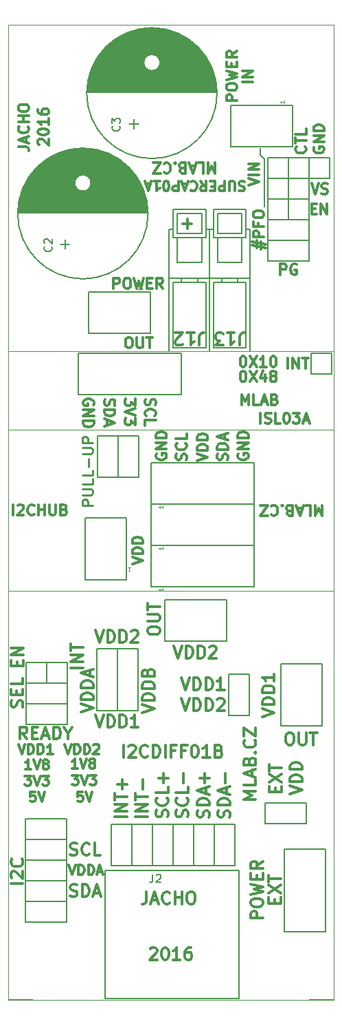
<source format=gbr>
G75*
G71*
%MOMM*%
%OFA0B0*%
%FSLAX53Y53*%
%IPPOS*%
%LPD*%
%ADD15C,0.30000*%
%ADD21C,0.20000*%
%ADD25C,0.50000*%
%ADD27C,0.30480*%
%ADD38C,0.05000*%
%ADD44C,0.15000*%
%ADD54C,0.25000*%
%ADD68C,0.01000*%
X0000000Y0000000D02*
G01*
D15*
X0009213Y0040807D02*
X0007713Y0040807D01*
X0009213Y0041521D02*
X0007713Y0041521D01*
X0009213Y0042378D01*
X0007713Y0042378D01*
X0007713Y0042878D02*
X0007713Y0043735D01*
X0009213Y0043307D02*
X0007713Y0043307D01*
X0022134Y0022447D02*
X0022205Y0022662D01*
X0022205Y0023019D01*
X0022134Y0023162D01*
X0022062Y0023233D01*
X0021919Y0023304D01*
X0021777Y0023304D01*
X0021634Y0023233D01*
X0021562Y0023162D01*
X0021491Y0023019D01*
X0021419Y0022733D01*
X0021348Y0022590D01*
X0021277Y0022519D01*
X0021134Y0022447D01*
X0020991Y0022447D01*
X0020848Y0022519D01*
X0020777Y0022590D01*
X0020705Y0022733D01*
X0020705Y0023090D01*
X0020777Y0023304D01*
X0022062Y0024804D02*
X0022134Y0024733D01*
X0022205Y0024519D01*
X0022205Y0024376D01*
X0022134Y0024162D01*
X0021991Y0024019D01*
X0021848Y0023947D01*
X0021562Y0023876D01*
X0021348Y0023876D01*
X0021062Y0023947D01*
X0020919Y0024019D01*
X0020777Y0024162D01*
X0020705Y0024376D01*
X0020705Y0024519D01*
X0020777Y0024733D01*
X0020848Y0024804D01*
X0022205Y0026162D02*
X0022205Y0025447D01*
X0020705Y0025447D01*
X0021634Y0026662D02*
X0021634Y0027804D01*
X0019657Y0022447D02*
X0019729Y0022662D01*
X0019729Y0023019D01*
X0019657Y0023162D01*
X0019586Y0023233D01*
X0019443Y0023304D01*
X0019300Y0023304D01*
X0019157Y0023233D01*
X0019086Y0023162D01*
X0019014Y0023019D01*
X0018943Y0022733D01*
X0018871Y0022590D01*
X0018800Y0022519D01*
X0018657Y0022447D01*
X0018514Y0022447D01*
X0018371Y0022519D01*
X0018300Y0022590D01*
X0018229Y0022733D01*
X0018229Y0023090D01*
X0018300Y0023304D01*
X0019586Y0024804D02*
X0019657Y0024733D01*
X0019729Y0024519D01*
X0019729Y0024376D01*
X0019657Y0024162D01*
X0019514Y0024019D01*
X0019371Y0023947D01*
X0019086Y0023876D01*
X0018871Y0023876D01*
X0018586Y0023947D01*
X0018443Y0024019D01*
X0018300Y0024162D01*
X0018229Y0024376D01*
X0018229Y0024519D01*
X0018300Y0024733D01*
X0018371Y0024804D01*
X0019729Y0026162D02*
X0019729Y0025447D01*
X0018229Y0025447D01*
X0019157Y0026662D02*
X0019157Y0027804D01*
X0019729Y0027233D02*
X0018586Y0027233D01*
X0002070Y0027518D02*
X0002813Y0027518D01*
X0002413Y0027061D01*
X0002585Y0027061D01*
X0002699Y0027003D01*
X0002756Y0026946D01*
X0002813Y0026832D01*
X0002813Y0026546D01*
X0002756Y0026432D01*
X0002699Y0026375D01*
X0002585Y0026318D01*
X0002242Y0026318D01*
X0002127Y0026375D01*
X0002070Y0026432D01*
X0003156Y0027518D02*
X0003556Y0026318D01*
X0003956Y0027518D01*
X0004242Y0027518D02*
X0004985Y0027518D01*
X0004585Y0027061D01*
X0004756Y0027061D01*
X0004870Y0027003D01*
X0004927Y0026946D01*
X0004985Y0026832D01*
X0004985Y0026546D01*
X0004927Y0026432D01*
X0004870Y0026375D01*
X0004756Y0026318D01*
X0004413Y0026318D01*
X0004299Y0026375D01*
X0004242Y0026432D01*
X0002322Y0032024D02*
X0001822Y0032738D01*
X0001465Y0032024D02*
X0001465Y0033524D01*
X0002036Y0033524D01*
X0002179Y0033453D01*
X0002251Y0033381D01*
X0002322Y0033238D01*
X0002322Y0033024D01*
X0002251Y0032881D01*
X0002179Y0032810D01*
X0002036Y0032738D01*
X0001465Y0032738D01*
X0002965Y0032810D02*
X0003465Y0032810D01*
X0003679Y0032024D02*
X0002965Y0032024D01*
X0002965Y0033524D01*
X0003679Y0033524D01*
X0004251Y0032453D02*
X0004965Y0032453D01*
X0004108Y0032024D02*
X0004608Y0033524D01*
X0005108Y0032024D01*
X0005608Y0032024D02*
X0005608Y0033524D01*
X0005965Y0033524D01*
X0006179Y0033453D01*
X0006322Y0033310D01*
X0006393Y0033167D01*
X0006465Y0032881D01*
X0006465Y0032667D01*
X0006393Y0032381D01*
X0006322Y0032238D01*
X0006179Y0032095D01*
X0005965Y0032024D01*
X0005608Y0032024D01*
X0007393Y0032738D02*
X0007393Y0032024D01*
X0006893Y0033524D02*
X0007393Y0032738D01*
X0007893Y0033524D01*
X0032849Y0011855D02*
X0032849Y0012355D01*
X0033635Y0012569D02*
X0033635Y0011855D01*
X0032135Y0011855D01*
X0032135Y0012569D01*
X0032135Y0013069D02*
X0033635Y0014069D01*
X0032135Y0014069D02*
X0033635Y0013069D01*
X0032135Y0014426D02*
X0032135Y0015283D01*
X0033635Y0014855D02*
X0032135Y0014855D01*
X0017495Y0006267D02*
X0017566Y0006338D01*
X0017709Y0006409D01*
X0018066Y0006409D01*
X0018209Y0006338D01*
X0018280Y0006267D01*
X0018352Y0006124D01*
X0018352Y0005981D01*
X0018280Y0005767D01*
X0017423Y0004909D01*
X0018352Y0004909D01*
X0019280Y0006409D02*
X0019423Y0006409D01*
X0019566Y0006338D01*
X0019637Y0006267D01*
X0019709Y0006124D01*
X0019780Y0005838D01*
X0019780Y0005481D01*
X0019709Y0005195D01*
X0019637Y0005052D01*
X0019566Y0004981D01*
X0019423Y0004909D01*
X0019280Y0004909D01*
X0019137Y0004981D01*
X0019066Y0005052D01*
X0018995Y0005195D01*
X0018923Y0005481D01*
X0018923Y0005838D01*
X0018995Y0006124D01*
X0019066Y0006267D01*
X0019137Y0006338D01*
X0019280Y0006409D01*
X0021209Y0004909D02*
X0020352Y0004909D01*
X0020780Y0004909D02*
X0020780Y0006409D01*
X0020637Y0006195D01*
X0020495Y0006052D01*
X0020352Y0005981D01*
X0022495Y0006409D02*
X0022209Y0006409D01*
X0022066Y0006338D01*
X0021995Y0006267D01*
X0021852Y0006052D01*
X0021780Y0005767D01*
X0021780Y0005195D01*
X0021852Y0005052D01*
X0021923Y0004981D01*
X0022066Y0004909D01*
X0022352Y0004909D01*
X0022495Y0004981D01*
X0022566Y0005052D01*
X0022637Y0005195D01*
X0022637Y0005552D01*
X0022566Y0005695D01*
X0022495Y0005767D01*
X0022352Y0005838D01*
X0022066Y0005838D01*
X0021923Y0005767D01*
X0021852Y0005695D01*
X0021780Y0005552D01*
X0017062Y0013267D02*
X0017062Y0012196D01*
X0016991Y0011982D01*
X0016848Y0011839D01*
X0016633Y0011767D01*
X0016491Y0011767D01*
X0017705Y0012196D02*
X0018419Y0012196D01*
X0017562Y0011767D02*
X0018062Y0013267D01*
X0018562Y0011767D01*
X0019919Y0011910D02*
X0019848Y0011839D01*
X0019633Y0011767D01*
X0019491Y0011767D01*
X0019276Y0011839D01*
X0019133Y0011982D01*
X0019062Y0012125D01*
X0018991Y0012410D01*
X0018991Y0012625D01*
X0019062Y0012910D01*
X0019133Y0013053D01*
X0019276Y0013196D01*
X0019491Y0013267D01*
X0019633Y0013267D01*
X0019848Y0013196D01*
X0019919Y0013125D01*
X0020562Y0011767D02*
X0020562Y0013267D01*
X0020562Y0012553D02*
X0021419Y0012553D01*
X0021419Y0011767D02*
X0021419Y0013267D01*
X0022419Y0013267D02*
X0022705Y0013267D01*
X0022848Y0013196D01*
X0022991Y0013053D01*
X0023062Y0012767D01*
X0023062Y0012267D01*
X0022991Y0011982D01*
X0022848Y0011839D01*
X0022705Y0011767D01*
X0022419Y0011767D01*
X0022276Y0011839D01*
X0022133Y0011982D01*
X0022062Y0012267D01*
X0022062Y0012767D01*
X0022133Y0013053D01*
X0022276Y0013196D01*
X0022419Y0013267D01*
X0009169Y0025549D02*
X0008598Y0025549D01*
X0008541Y0024978D01*
X0008598Y0025035D01*
X0008712Y0025092D01*
X0008998Y0025092D01*
X0009112Y0025035D01*
X0009169Y0024978D01*
X0009227Y0024863D01*
X0009227Y0024578D01*
X0009169Y0024463D01*
X0009112Y0024406D01*
X0008998Y0024349D01*
X0008712Y0024349D01*
X0008598Y0024406D01*
X0008541Y0024463D01*
X0009569Y0025549D02*
X0009969Y0024349D01*
X0010369Y0025549D01*
X0007912Y0027581D02*
X0008655Y0027581D01*
X0008255Y0027124D01*
X0008427Y0027124D01*
X0008541Y0027067D01*
X0008598Y0027010D01*
X0008655Y0026895D01*
X0008655Y0026610D01*
X0008598Y0026495D01*
X0008541Y0026438D01*
X0008427Y0026381D01*
X0008084Y0026381D01*
X0007969Y0026438D01*
X0007912Y0026495D01*
X0008998Y0027581D02*
X0009398Y0026381D01*
X0009798Y0027581D01*
X0010084Y0027581D02*
X0010827Y0027581D01*
X0010427Y0027124D01*
X0010598Y0027124D01*
X0010712Y0027067D01*
X0010769Y0027010D01*
X0010827Y0026895D01*
X0010827Y0026610D01*
X0010769Y0026495D01*
X0010712Y0026438D01*
X0010598Y0026381D01*
X0010255Y0026381D01*
X0010141Y0026438D01*
X0010084Y0026495D01*
X0008528Y0028413D02*
X0007842Y0028413D01*
X0008185Y0028413D02*
X0008185Y0029613D01*
X0008071Y0029442D01*
X0007957Y0029327D01*
X0007842Y0029270D01*
X0008871Y0029613D02*
X0009271Y0028413D01*
X0009671Y0029613D01*
X0010242Y0029099D02*
X0010128Y0029156D01*
X0010071Y0029213D01*
X0010014Y0029327D01*
X0010014Y0029385D01*
X0010071Y0029499D01*
X0010128Y0029556D01*
X0010242Y0029613D01*
X0010471Y0029613D01*
X0010585Y0029556D01*
X0010642Y0029499D01*
X0010700Y0029385D01*
X0010700Y0029327D01*
X0010642Y0029213D01*
X0010585Y0029156D01*
X0010471Y0029099D01*
X0010242Y0029099D01*
X0010128Y0029042D01*
X0010071Y0028985D01*
X0010014Y0028870D01*
X0010014Y0028642D01*
X0010071Y0028527D01*
X0010128Y0028470D01*
X0010242Y0028413D01*
X0010471Y0028413D01*
X0010585Y0028470D01*
X0010642Y0028527D01*
X0010700Y0028642D01*
X0010700Y0028870D01*
X0010642Y0028985D01*
X0010585Y0029042D01*
X0010471Y0029099D01*
X0003327Y0025549D02*
X0002756Y0025549D01*
X0002699Y0024978D01*
X0002756Y0025035D01*
X0002870Y0025092D01*
X0003156Y0025092D01*
X0003270Y0025035D01*
X0003327Y0024978D01*
X0003385Y0024863D01*
X0003385Y0024578D01*
X0003327Y0024463D01*
X0003270Y0024406D01*
X0003156Y0024349D01*
X0002870Y0024349D01*
X0002756Y0024406D01*
X0002699Y0024463D01*
X0003727Y0025549D02*
X0004127Y0024349D01*
X0004527Y0025549D01*
X0002813Y0028286D02*
X0002127Y0028286D01*
X0002470Y0028286D02*
X0002470Y0029486D01*
X0002356Y0029315D01*
X0002242Y0029200D01*
X0002127Y0029143D01*
X0003156Y0029486D02*
X0003556Y0028286D01*
X0003956Y0029486D01*
X0004527Y0028972D02*
X0004413Y0029029D01*
X0004356Y0029086D01*
X0004299Y0029200D01*
X0004299Y0029258D01*
X0004356Y0029372D01*
X0004413Y0029429D01*
X0004527Y0029486D01*
X0004756Y0029486D01*
X0004870Y0029429D01*
X0004927Y0029372D01*
X0004985Y0029258D01*
X0004985Y0029200D01*
X0004927Y0029086D01*
X0004870Y0029029D01*
X0004756Y0028972D01*
X0004527Y0028972D01*
X0004413Y0028915D01*
X0004356Y0028858D01*
X0004299Y0028743D01*
X0004299Y0028515D01*
X0004356Y0028400D01*
X0004413Y0028343D01*
X0004527Y0028286D01*
X0004756Y0028286D01*
X0004870Y0028343D01*
X0004927Y0028400D01*
X0004985Y0028515D01*
X0004985Y0028743D01*
X0004927Y0028858D01*
X0004870Y0028915D01*
X0004756Y0028972D01*
X0001258Y0031391D02*
X0001658Y0030191D01*
X0002058Y0031391D01*
X0002458Y0030191D02*
X0002458Y0031391D01*
X0002743Y0031391D01*
X0002915Y0031334D01*
X0003029Y0031220D01*
X0003086Y0031105D01*
X0003143Y0030877D01*
X0003143Y0030705D01*
X0003086Y0030477D01*
X0003029Y0030363D01*
X0002915Y0030248D01*
X0002743Y0030191D01*
X0002458Y0030191D01*
X0003658Y0030191D02*
X0003658Y0031391D01*
X0003943Y0031391D01*
X0004115Y0031334D01*
X0004229Y0031220D01*
X0004286Y0031105D01*
X0004343Y0030877D01*
X0004343Y0030705D01*
X0004286Y0030477D01*
X0004229Y0030363D01*
X0004115Y0030248D01*
X0003943Y0030191D01*
X0003658Y0030191D01*
X0005486Y0030191D02*
X0004800Y0030191D01*
X0005143Y0030191D02*
X0005143Y0031391D01*
X0005029Y0031220D01*
X0004915Y0031105D01*
X0004800Y0031048D01*
X0006973Y0031391D02*
X0007373Y0030191D01*
X0007773Y0031391D01*
X0008173Y0030191D02*
X0008173Y0031391D01*
X0008458Y0031391D01*
X0008630Y0031334D01*
X0008744Y0031220D01*
X0008801Y0031105D01*
X0008858Y0030877D01*
X0008858Y0030705D01*
X0008801Y0030477D01*
X0008744Y0030363D01*
X0008630Y0030248D01*
X0008458Y0030191D01*
X0008173Y0030191D01*
X0009373Y0030191D02*
X0009373Y0031391D01*
X0009658Y0031391D01*
X0009830Y0031334D01*
X0009944Y0031220D01*
X0010001Y0031105D01*
X0010058Y0030877D01*
X0010058Y0030705D01*
X0010001Y0030477D01*
X0009944Y0030363D01*
X0009830Y0030248D01*
X0009658Y0030191D01*
X0009373Y0030191D01*
X0010515Y0031277D02*
X0010573Y0031334D01*
X0010687Y0031391D01*
X0010973Y0031391D01*
X0011087Y0031334D01*
X0011144Y0031277D01*
X0011201Y0031163D01*
X0011201Y0031048D01*
X0011144Y0030877D01*
X0010458Y0030191D01*
X0011201Y0030191D01*
X0030524Y0024635D02*
X0029024Y0024635D01*
X0030095Y0025135D01*
X0029024Y0025635D01*
X0030524Y0025635D01*
X0030524Y0027063D02*
X0030524Y0026349D01*
X0029024Y0026349D01*
X0030095Y0027492D02*
X0030095Y0028206D01*
X0030524Y0027349D02*
X0029024Y0027849D01*
X0030524Y0028349D01*
X0029738Y0029349D02*
X0029809Y0029563D01*
X0029881Y0029635D01*
X0030024Y0029706D01*
X0030238Y0029706D01*
X0030381Y0029635D01*
X0030452Y0029563D01*
X0030524Y0029420D01*
X0030524Y0028849D01*
X0029024Y0028849D01*
X0029024Y0029349D01*
X0029095Y0029492D01*
X0029166Y0029563D01*
X0029309Y0029635D01*
X0029452Y0029635D01*
X0029595Y0029563D01*
X0029666Y0029492D01*
X0029738Y0029349D01*
X0029738Y0028849D01*
X0030381Y0030349D02*
X0030452Y0030420D01*
X0030524Y0030349D01*
X0030452Y0030277D01*
X0030381Y0030349D01*
X0030524Y0030349D01*
X0030381Y0031920D02*
X0030452Y0031849D01*
X0030524Y0031635D01*
X0030524Y0031492D01*
X0030452Y0031277D01*
X0030309Y0031135D01*
X0030166Y0031063D01*
X0029881Y0030992D01*
X0029666Y0030992D01*
X0029381Y0031063D01*
X0029238Y0031135D01*
X0029095Y0031277D01*
X0029024Y0031492D01*
X0029024Y0031635D01*
X0029095Y0031849D01*
X0029166Y0031920D01*
X0029024Y0032420D02*
X0029024Y0033420D01*
X0030524Y0032420D01*
X0030524Y0033420D01*
X0014221Y0029801D02*
X0014221Y0031301D01*
X0014864Y0031159D02*
X0014935Y0031230D01*
X0015078Y0031301D01*
X0015435Y0031301D01*
X0015578Y0031230D01*
X0015649Y0031159D01*
X0015721Y0031016D01*
X0015721Y0030873D01*
X0015649Y0030659D01*
X0014792Y0029801D01*
X0015721Y0029801D01*
X0017221Y0029944D02*
X0017149Y0029873D01*
X0016935Y0029801D01*
X0016792Y0029801D01*
X0016578Y0029873D01*
X0016435Y0030016D01*
X0016364Y0030159D01*
X0016292Y0030444D01*
X0016292Y0030659D01*
X0016364Y0030944D01*
X0016435Y0031087D01*
X0016578Y0031230D01*
X0016792Y0031301D01*
X0016935Y0031301D01*
X0017149Y0031230D01*
X0017221Y0031159D01*
X0017864Y0029801D02*
X0017864Y0031301D01*
X0018221Y0031301D01*
X0018435Y0031230D01*
X0018578Y0031087D01*
X0018649Y0030944D01*
X0018721Y0030659D01*
X0018721Y0030444D01*
X0018649Y0030159D01*
X0018578Y0030016D01*
X0018435Y0029873D01*
X0018221Y0029801D01*
X0017864Y0029801D01*
X0019364Y0029801D02*
X0019364Y0031301D01*
X0020578Y0030587D02*
X0020078Y0030587D01*
X0020078Y0029801D02*
X0020078Y0031301D01*
X0020792Y0031301D01*
X0021864Y0030587D02*
X0021364Y0030587D01*
X0021364Y0029801D02*
X0021364Y0031301D01*
X0022078Y0031301D01*
X0022935Y0031301D02*
X0023078Y0031301D01*
X0023221Y0031230D01*
X0023292Y0031159D01*
X0023364Y0031016D01*
X0023435Y0030730D01*
X0023435Y0030373D01*
X0023364Y0030087D01*
X0023292Y0029944D01*
X0023221Y0029873D01*
X0023078Y0029801D01*
X0022935Y0029801D01*
X0022792Y0029873D01*
X0022721Y0029944D01*
X0022649Y0030087D01*
X0022578Y0030373D01*
X0022578Y0030730D01*
X0022649Y0031016D01*
X0022721Y0031159D01*
X0022792Y0031230D01*
X0022935Y0031301D01*
X0024864Y0029801D02*
X0024007Y0029801D01*
X0024435Y0029801D02*
X0024435Y0031301D01*
X0024292Y0031087D01*
X0024149Y0030944D01*
X0024007Y0030873D01*
X0026007Y0030587D02*
X0026221Y0030516D01*
X0026292Y0030444D01*
X0026364Y0030301D01*
X0026364Y0030087D01*
X0026292Y0029944D01*
X0026221Y0029873D01*
X0026078Y0029801D01*
X0025507Y0029801D01*
X0025507Y0031301D01*
X0026007Y0031301D01*
X0026149Y0031230D01*
X0026221Y0031159D01*
X0026292Y0031016D01*
X0026292Y0030873D01*
X0026221Y0030730D01*
X0026149Y0030659D01*
X0026007Y0030587D01*
X0025507Y0030587D01*
X0021353Y0037016D02*
X0021853Y0035516D01*
X0022353Y0037016D01*
X0022853Y0035516D02*
X0022853Y0037016D01*
X0023210Y0037016D01*
X0023424Y0036945D01*
X0023567Y0036802D01*
X0023638Y0036659D01*
X0023710Y0036374D01*
X0023710Y0036159D01*
X0023638Y0035874D01*
X0023567Y0035731D01*
X0023424Y0035588D01*
X0023210Y0035516D01*
X0022853Y0035516D01*
X0024353Y0035516D02*
X0024353Y0037016D01*
X0024710Y0037016D01*
X0024924Y0036945D01*
X0025067Y0036802D01*
X0025138Y0036659D01*
X0025210Y0036374D01*
X0025210Y0036159D01*
X0025138Y0035874D01*
X0025067Y0035731D01*
X0024924Y0035588D01*
X0024710Y0035516D01*
X0024353Y0035516D01*
X0025781Y0036874D02*
X0025853Y0036945D01*
X0025995Y0037016D01*
X0026353Y0037016D01*
X0026495Y0036945D01*
X0026567Y0036874D01*
X0026638Y0036731D01*
X0026638Y0036588D01*
X0026567Y0036374D01*
X0025710Y0035516D01*
X0026638Y0035516D01*
X0021353Y0039556D02*
X0021853Y0038056D01*
X0022353Y0039556D01*
X0022853Y0038056D02*
X0022853Y0039556D01*
X0023210Y0039556D01*
X0023424Y0039485D01*
X0023567Y0039342D01*
X0023638Y0039199D01*
X0023710Y0038914D01*
X0023710Y0038699D01*
X0023638Y0038414D01*
X0023567Y0038271D01*
X0023424Y0038128D01*
X0023210Y0038056D01*
X0022853Y0038056D01*
X0024353Y0038056D02*
X0024353Y0039556D01*
X0024710Y0039556D01*
X0024924Y0039485D01*
X0025067Y0039342D01*
X0025138Y0039199D01*
X0025210Y0038914D01*
X0025210Y0038699D01*
X0025138Y0038414D01*
X0025067Y0038271D01*
X0024924Y0038128D01*
X0024710Y0038056D01*
X0024353Y0038056D01*
X0026638Y0038056D02*
X0025781Y0038056D01*
X0026210Y0038056D02*
X0026210Y0039556D01*
X0026067Y0039342D01*
X0025924Y0039199D01*
X0025781Y0039128D01*
X0034739Y0025289D02*
X0036239Y0025789D01*
X0034739Y0026289D01*
X0036239Y0026789D02*
X0034739Y0026789D01*
X0034739Y0027146D01*
X0034810Y0027360D01*
X0034953Y0027503D01*
X0035096Y0027575D01*
X0035381Y0027646D01*
X0035596Y0027646D01*
X0035881Y0027575D01*
X0036024Y0027503D01*
X0036167Y0027360D01*
X0036239Y0027146D01*
X0036239Y0026789D01*
X0036239Y0028289D02*
X0034739Y0028289D01*
X0034739Y0028646D01*
X0034810Y0028860D01*
X0034953Y0029003D01*
X0035096Y0029075D01*
X0035381Y0029146D01*
X0035596Y0029146D01*
X0035881Y0029075D01*
X0036024Y0029003D01*
X0036167Y0028860D01*
X0036239Y0028646D01*
X0036239Y0028289D01*
X0032913Y0025503D02*
X0032913Y0026003D01*
X0033699Y0026217D02*
X0033699Y0025503D01*
X0032199Y0025503D01*
X0032199Y0026217D01*
X0032199Y0026717D02*
X0033699Y0027717D01*
X0032199Y0027717D02*
X0033699Y0026717D01*
X0032199Y0028075D02*
X0032199Y0028932D01*
X0033699Y0028503D02*
X0032199Y0028503D01*
X0007652Y0012728D02*
X0007866Y0012656D01*
X0008223Y0012656D01*
X0008366Y0012728D01*
X0008437Y0012799D01*
X0008509Y0012942D01*
X0008509Y0013085D01*
X0008437Y0013228D01*
X0008366Y0013299D01*
X0008223Y0013371D01*
X0007937Y0013442D01*
X0007795Y0013514D01*
X0007723Y0013585D01*
X0007652Y0013728D01*
X0007652Y0013871D01*
X0007723Y0014014D01*
X0007795Y0014085D01*
X0007937Y0014156D01*
X0008295Y0014156D01*
X0008509Y0014085D01*
X0009152Y0012656D02*
X0009152Y0014156D01*
X0009509Y0014156D01*
X0009723Y0014085D01*
X0009866Y0013942D01*
X0009937Y0013799D01*
X0010009Y0013514D01*
X0010009Y0013299D01*
X0009937Y0013014D01*
X0009866Y0012871D01*
X0009723Y0012728D01*
X0009509Y0012656D01*
X0009152Y0012656D01*
X0010580Y0013085D02*
X0011295Y0013085D01*
X0010437Y0012656D02*
X0010937Y0014156D01*
X0011437Y0012656D01*
X0007480Y0016532D02*
X0007880Y0015332D01*
X0008280Y0016532D01*
X0008680Y0015332D02*
X0008680Y0016532D01*
X0008966Y0016532D01*
X0009137Y0016475D01*
X0009252Y0016361D01*
X0009309Y0016246D01*
X0009366Y0016018D01*
X0009366Y0015846D01*
X0009309Y0015618D01*
X0009252Y0015504D01*
X0009137Y0015389D01*
X0008966Y0015332D01*
X0008680Y0015332D01*
X0009880Y0015332D02*
X0009880Y0016532D01*
X0010166Y0016532D01*
X0010337Y0016475D01*
X0010452Y0016361D01*
X0010509Y0016246D01*
X0010566Y0016018D01*
X0010566Y0015846D01*
X0010509Y0015618D01*
X0010452Y0015504D01*
X0010337Y0015389D01*
X0010166Y0015332D01*
X0009880Y0015332D01*
X0011023Y0015675D02*
X0011595Y0015675D01*
X0010909Y0015332D02*
X0011309Y0016532D01*
X0011709Y0015332D01*
X0007652Y0017808D02*
X0007866Y0017736D01*
X0008223Y0017736D01*
X0008366Y0017808D01*
X0008437Y0017879D01*
X0008509Y0018022D01*
X0008509Y0018165D01*
X0008437Y0018308D01*
X0008366Y0018379D01*
X0008223Y0018451D01*
X0007937Y0018522D01*
X0007795Y0018594D01*
X0007723Y0018665D01*
X0007652Y0018808D01*
X0007652Y0018951D01*
X0007723Y0019094D01*
X0007795Y0019165D01*
X0007937Y0019236D01*
X0008295Y0019236D01*
X0008509Y0019165D01*
X0010009Y0017879D02*
X0009937Y0017808D01*
X0009723Y0017736D01*
X0009580Y0017736D01*
X0009366Y0017808D01*
X0009223Y0017951D01*
X0009152Y0018094D01*
X0009080Y0018379D01*
X0009080Y0018594D01*
X0009152Y0018879D01*
X0009223Y0019022D01*
X0009366Y0019165D01*
X0009580Y0019236D01*
X0009723Y0019236D01*
X0009937Y0019165D01*
X0010009Y0019094D01*
X0011366Y0017736D02*
X0010652Y0017736D01*
X0010652Y0019236D01*
X0001822Y0014284D02*
X0000322Y0014284D01*
X0000464Y0014927D02*
X0000393Y0014998D01*
X0000322Y0015141D01*
X0000322Y0015498D01*
X0000393Y0015641D01*
X0000464Y0015712D01*
X0000607Y0015784D01*
X0000750Y0015784D01*
X0000964Y0015712D01*
X0001822Y0014855D01*
X0001822Y0015784D01*
X0001679Y0017284D02*
X0001750Y0017212D01*
X0001822Y0016998D01*
X0001822Y0016855D01*
X0001750Y0016641D01*
X0001607Y0016498D01*
X0001464Y0016427D01*
X0001179Y0016355D01*
X0000964Y0016355D01*
X0000679Y0016427D01*
X0000536Y0016498D01*
X0000393Y0016641D01*
X0000322Y0016855D01*
X0000322Y0016998D01*
X0000393Y0017212D01*
X0000464Y0017284D01*
X0027277Y0022384D02*
X0027349Y0022598D01*
X0027349Y0022955D01*
X0027277Y0023098D01*
X0027206Y0023169D01*
X0027063Y0023241D01*
X0026920Y0023241D01*
X0026777Y0023169D01*
X0026706Y0023098D01*
X0026634Y0022955D01*
X0026563Y0022669D01*
X0026491Y0022527D01*
X0026420Y0022455D01*
X0026277Y0022384D01*
X0026134Y0022384D01*
X0025991Y0022455D01*
X0025920Y0022527D01*
X0025849Y0022669D01*
X0025849Y0023027D01*
X0025920Y0023241D01*
X0027349Y0023884D02*
X0025849Y0023884D01*
X0025849Y0024241D01*
X0025920Y0024455D01*
X0026063Y0024598D01*
X0026206Y0024669D01*
X0026491Y0024741D01*
X0026706Y0024741D01*
X0026991Y0024669D01*
X0027134Y0024598D01*
X0027277Y0024455D01*
X0027349Y0024241D01*
X0027349Y0023884D01*
X0026920Y0025312D02*
X0026920Y0026027D01*
X0027349Y0025169D02*
X0025849Y0025669D01*
X0027349Y0026169D01*
X0026777Y0026669D02*
X0026777Y0027812D01*
X0024737Y0022384D02*
X0024809Y0022598D01*
X0024809Y0022955D01*
X0024737Y0023098D01*
X0024666Y0023169D01*
X0024523Y0023241D01*
X0024380Y0023241D01*
X0024237Y0023169D01*
X0024166Y0023098D01*
X0024094Y0022955D01*
X0024023Y0022669D01*
X0023951Y0022527D01*
X0023880Y0022455D01*
X0023737Y0022384D01*
X0023594Y0022384D01*
X0023451Y0022455D01*
X0023380Y0022527D01*
X0023309Y0022669D01*
X0023309Y0023027D01*
X0023380Y0023241D01*
X0024809Y0023884D02*
X0023309Y0023884D01*
X0023309Y0024241D01*
X0023380Y0024455D01*
X0023523Y0024598D01*
X0023666Y0024669D01*
X0023951Y0024741D01*
X0024166Y0024741D01*
X0024451Y0024669D01*
X0024594Y0024598D01*
X0024737Y0024455D01*
X0024809Y0024241D01*
X0024809Y0023884D01*
X0024380Y0025312D02*
X0024380Y0026027D01*
X0024809Y0025169D02*
X0023309Y0025669D01*
X0024809Y0026169D01*
X0024237Y0026669D02*
X0024237Y0027812D01*
X0024809Y0027241D02*
X0023666Y0027241D01*
X0017189Y0022455D02*
X0015689Y0022455D01*
X0017189Y0023169D02*
X0015689Y0023169D01*
X0017189Y0024027D01*
X0015689Y0024027D01*
X0015689Y0024527D02*
X0015689Y0025384D01*
X0017189Y0024955D02*
X0015689Y0024955D01*
X0016617Y0025884D02*
X0016617Y0027027D01*
X0014649Y0022455D02*
X0013149Y0022455D01*
X0014649Y0023169D02*
X0013149Y0023169D01*
X0014649Y0024027D01*
X0013149Y0024027D01*
X0013149Y0024527D02*
X0013149Y0025384D01*
X0014649Y0024955D02*
X0013149Y0024955D01*
X0014077Y0025884D02*
X0014077Y0027027D01*
X0014649Y0026455D02*
X0013506Y0026455D01*
X0034568Y0032825D02*
X0034854Y0032825D01*
X0034997Y0032754D01*
X0035139Y0032611D01*
X0035211Y0032325D01*
X0035211Y0031825D01*
X0035139Y0031540D01*
X0034997Y0031397D01*
X0034854Y0031325D01*
X0034568Y0031325D01*
X0034425Y0031397D01*
X0034282Y0031540D01*
X0034211Y0031825D01*
X0034211Y0032325D01*
X0034282Y0032611D01*
X0034425Y0032754D01*
X0034568Y0032825D01*
X0035854Y0032825D02*
X0035854Y0031611D01*
X0035925Y0031468D01*
X0035997Y0031397D01*
X0036139Y0031325D01*
X0036425Y0031325D01*
X0036568Y0031397D01*
X0036639Y0031468D01*
X0036711Y0031611D01*
X0036711Y0032825D01*
X0037211Y0032825D02*
X0038068Y0032825D01*
X0037639Y0031325D02*
X0037639Y0032825D01*
X0017213Y0045236D02*
X0017213Y0045522D01*
X0017284Y0045665D01*
X0017427Y0045807D01*
X0017713Y0045879D01*
X0018213Y0045879D01*
X0018498Y0045807D01*
X0018641Y0045665D01*
X0018713Y0045522D01*
X0018713Y0045236D01*
X0018641Y0045093D01*
X0018498Y0044950D01*
X0018213Y0044879D01*
X0017713Y0044879D01*
X0017427Y0044950D01*
X0017284Y0045093D01*
X0017213Y0045236D01*
X0017213Y0046522D02*
X0018427Y0046522D01*
X0018570Y0046593D01*
X0018641Y0046665D01*
X0018713Y0046807D01*
X0018713Y0047093D01*
X0018641Y0047236D01*
X0018570Y0047307D01*
X0018427Y0047379D01*
X0017213Y0047379D01*
X0017213Y0047879D02*
X0017213Y0048736D01*
X0018713Y0048307D02*
X0017213Y0048307D01*
X0031413Y0009998D02*
X0029913Y0009998D01*
X0029913Y0010569D01*
X0029984Y0010712D01*
X0030055Y0010783D01*
X0030198Y0010855D01*
X0030413Y0010855D01*
X0030555Y0010783D01*
X0030627Y0010712D01*
X0030698Y0010569D01*
X0030698Y0009998D01*
X0029913Y0011783D02*
X0029913Y0012069D01*
X0029984Y0012212D01*
X0030127Y0012355D01*
X0030413Y0012426D01*
X0030913Y0012426D01*
X0031198Y0012355D01*
X0031341Y0012212D01*
X0031413Y0012069D01*
X0031413Y0011783D01*
X0031341Y0011641D01*
X0031198Y0011498D01*
X0030913Y0011426D01*
X0030413Y0011426D01*
X0030127Y0011498D01*
X0029984Y0011641D01*
X0029913Y0011783D01*
X0029913Y0012926D02*
X0031413Y0013283D01*
X0030341Y0013569D01*
X0031413Y0013855D01*
X0029913Y0014212D01*
X0030627Y0014783D02*
X0030627Y0015283D01*
X0031413Y0015498D02*
X0031413Y0014783D01*
X0029913Y0014783D01*
X0029913Y0015498D01*
X0031413Y0016998D02*
X0030698Y0016498D01*
X0031413Y0016141D02*
X0029913Y0016141D01*
X0029913Y0016712D01*
X0029984Y0016855D01*
X0030055Y0016926D01*
X0030198Y0016998D01*
X0030413Y0016998D01*
X0030555Y0016926D01*
X0030627Y0016855D01*
X0030698Y0016712D01*
X0030698Y0016141D01*
X0031310Y0034751D02*
X0032810Y0035251D01*
X0031310Y0035751D01*
X0032810Y0036251D02*
X0031310Y0036251D01*
X0031310Y0036608D01*
X0031381Y0036822D01*
X0031524Y0036965D01*
X0031667Y0037036D01*
X0031952Y0037108D01*
X0032167Y0037108D01*
X0032452Y0037036D01*
X0032595Y0036965D01*
X0032738Y0036822D01*
X0032810Y0036608D01*
X0032810Y0036251D01*
X0032810Y0037751D02*
X0031310Y0037751D01*
X0031310Y0038108D01*
X0031381Y0038322D01*
X0031524Y0038465D01*
X0031667Y0038536D01*
X0031952Y0038608D01*
X0032167Y0038608D01*
X0032452Y0038536D01*
X0032595Y0038465D01*
X0032738Y0038322D01*
X0032810Y0038108D01*
X0032810Y0037751D01*
X0032810Y0040036D02*
X0032810Y0039179D01*
X0032810Y0039608D02*
X0031310Y0039608D01*
X0031524Y0039465D01*
X0031667Y0039322D01*
X0031738Y0039179D01*
X0020400Y0043493D02*
X0020900Y0041993D01*
X0021400Y0043493D01*
X0021900Y0041993D02*
X0021900Y0043493D01*
X0022257Y0043493D01*
X0022471Y0043422D01*
X0022614Y0043279D01*
X0022685Y0043136D01*
X0022757Y0042851D01*
X0022757Y0042636D01*
X0022685Y0042351D01*
X0022614Y0042208D01*
X0022471Y0042065D01*
X0022257Y0041993D01*
X0021900Y0041993D01*
X0023400Y0041993D02*
X0023400Y0043493D01*
X0023757Y0043493D01*
X0023971Y0043422D01*
X0024114Y0043279D01*
X0024185Y0043136D01*
X0024257Y0042851D01*
X0024257Y0042636D01*
X0024185Y0042351D01*
X0024114Y0042208D01*
X0023971Y0042065D01*
X0023757Y0041993D01*
X0023400Y0041993D01*
X0024828Y0043351D02*
X0024900Y0043422D01*
X0025043Y0043493D01*
X0025400Y0043493D01*
X0025543Y0043422D01*
X0025614Y0043351D01*
X0025685Y0043208D01*
X0025685Y0043065D01*
X0025614Y0042851D01*
X0024757Y0041993D01*
X0025685Y0041993D01*
X0016501Y0035248D02*
X0018001Y0035748D01*
X0016501Y0036248D01*
X0018001Y0036748D02*
X0016501Y0036748D01*
X0016501Y0037106D01*
X0016573Y0037320D01*
X0016716Y0037463D01*
X0016859Y0037534D01*
X0017144Y0037606D01*
X0017359Y0037606D01*
X0017644Y0037534D01*
X0017787Y0037463D01*
X0017930Y0037320D01*
X0018001Y0037106D01*
X0018001Y0036748D01*
X0018001Y0038248D02*
X0016501Y0038248D01*
X0016501Y0038606D01*
X0016573Y0038820D01*
X0016716Y0038963D01*
X0016859Y0039034D01*
X0017144Y0039106D01*
X0017359Y0039106D01*
X0017644Y0039034D01*
X0017787Y0038963D01*
X0017930Y0038820D01*
X0018001Y0038606D01*
X0018001Y0038248D01*
X0017216Y0040248D02*
X0017287Y0040463D01*
X0017359Y0040534D01*
X0017501Y0040606D01*
X0017716Y0040606D01*
X0017859Y0040534D01*
X0017930Y0040463D01*
X0018001Y0040320D01*
X0018001Y0039748D01*
X0016501Y0039748D01*
X0016501Y0040248D01*
X0016573Y0040391D01*
X0016644Y0040463D01*
X0016787Y0040534D01*
X0016930Y0040534D01*
X0017073Y0040463D01*
X0017144Y0040391D01*
X0017216Y0040248D01*
X0017216Y0039748D01*
X0008983Y0035356D02*
X0010483Y0035856D01*
X0008983Y0036356D01*
X0010483Y0036856D02*
X0008983Y0036856D01*
X0008983Y0037213D01*
X0009054Y0037427D01*
X0009197Y0037570D01*
X0009340Y0037641D01*
X0009626Y0037713D01*
X0009840Y0037713D01*
X0010126Y0037641D01*
X0010269Y0037570D01*
X0010412Y0037427D01*
X0010483Y0037213D01*
X0010483Y0036856D01*
X0010483Y0038356D02*
X0008983Y0038356D01*
X0008983Y0038713D01*
X0009054Y0038927D01*
X0009197Y0039070D01*
X0009340Y0039141D01*
X0009626Y0039213D01*
X0009840Y0039213D01*
X0010126Y0039141D01*
X0010269Y0039070D01*
X0010412Y0038927D01*
X0010483Y0038713D01*
X0010483Y0038356D01*
X0010054Y0039784D02*
X0010054Y0040498D01*
X0010483Y0039641D02*
X0008983Y0040141D01*
X0010483Y0040641D01*
X0010748Y0045398D02*
X0011248Y0043898D01*
X0011748Y0045398D01*
X0012248Y0043898D02*
X0012248Y0045398D01*
X0012605Y0045398D01*
X0012819Y0045327D01*
X0012962Y0045184D01*
X0013033Y0045041D01*
X0013105Y0044756D01*
X0013105Y0044541D01*
X0013033Y0044256D01*
X0012962Y0044113D01*
X0012819Y0043970D01*
X0012605Y0043898D01*
X0012248Y0043898D01*
X0013748Y0043898D02*
X0013748Y0045398D01*
X0014105Y0045398D01*
X0014319Y0045327D01*
X0014462Y0045184D01*
X0014533Y0045041D01*
X0014605Y0044756D01*
X0014605Y0044541D01*
X0014533Y0044256D01*
X0014462Y0044113D01*
X0014319Y0043970D01*
X0014105Y0043898D01*
X0013748Y0043898D01*
X0015176Y0045256D02*
X0015248Y0045327D01*
X0015391Y0045398D01*
X0015748Y0045398D01*
X0015891Y0045327D01*
X0015962Y0045256D01*
X0016033Y0045113D01*
X0016033Y0044970D01*
X0015962Y0044756D01*
X0015105Y0043898D01*
X0016033Y0043898D01*
X0010748Y0034984D02*
X0011248Y0033484D01*
X0011748Y0034984D01*
X0012248Y0033484D02*
X0012248Y0034984D01*
X0012605Y0034984D01*
X0012819Y0034913D01*
X0012962Y0034770D01*
X0013033Y0034627D01*
X0013105Y0034342D01*
X0013105Y0034127D01*
X0013033Y0033842D01*
X0012962Y0033699D01*
X0012819Y0033556D01*
X0012605Y0033484D01*
X0012248Y0033484D01*
X0013748Y0033484D02*
X0013748Y0034984D01*
X0014105Y0034984D01*
X0014319Y0034913D01*
X0014462Y0034770D01*
X0014533Y0034627D01*
X0014605Y0034342D01*
X0014605Y0034127D01*
X0014533Y0033842D01*
X0014462Y0033699D01*
X0014319Y0033556D01*
X0014105Y0033484D01*
X0013748Y0033484D01*
X0016033Y0033484D02*
X0015176Y0033484D01*
X0015605Y0033484D02*
X0015605Y0034984D01*
X0015462Y0034770D01*
X0015319Y0034627D01*
X0015176Y0034556D01*
X0001750Y0035941D02*
X0001822Y0036156D01*
X0001822Y0036513D01*
X0001750Y0036656D01*
X0001679Y0036727D01*
X0001536Y0036798D01*
X0001393Y0036798D01*
X0001250Y0036727D01*
X0001179Y0036656D01*
X0001107Y0036513D01*
X0001036Y0036227D01*
X0000964Y0036084D01*
X0000893Y0036013D01*
X0000750Y0035941D01*
X0000607Y0035941D01*
X0000464Y0036013D01*
X0000393Y0036084D01*
X0000322Y0036227D01*
X0000322Y0036584D01*
X0000393Y0036798D01*
X0001036Y0037441D02*
X0001036Y0037941D01*
X0001822Y0038156D02*
X0001822Y0037441D01*
X0000322Y0037441D01*
X0000322Y0038156D01*
X0001822Y0039513D02*
X0001822Y0038798D01*
X0000322Y0038798D01*
X0001099Y0040993D02*
X0001099Y0041493D01*
X0001885Y0041708D02*
X0001885Y0040993D01*
X0000385Y0040993D01*
X0000385Y0041708D01*
X0001885Y0042351D02*
X0000385Y0042351D01*
X0001885Y0043208D01*
X0000385Y0043208D01*
D44*
X0011936Y0015858D02*
X0011936Y0000128D01*
X0011936Y0000128D02*
X0028446Y0000128D01*
X0028446Y0000128D02*
X0028446Y0015878D01*
X0028446Y0015878D02*
X0011936Y0015878D01*
X0034036Y0018542D02*
X0039116Y0018542D01*
X0039116Y0018542D02*
X0039116Y0008382D01*
X0039116Y0008382D02*
X0034036Y0008382D01*
X0034036Y0008382D02*
X0034036Y0018542D01*
X0012700Y0016510D02*
X0012700Y0021590D01*
X0012700Y0021590D02*
X0015240Y0021590D01*
X0015240Y0021590D02*
X0015240Y0016510D01*
X0015240Y0016510D02*
X0012700Y0016510D01*
X0015240Y0016510D02*
X0015240Y0021590D01*
X0015240Y0021590D02*
X0017780Y0021590D01*
X0017780Y0021590D02*
X0017780Y0016510D01*
X0017780Y0016510D02*
X0015240Y0016510D01*
X0017780Y0016510D02*
X0017780Y0021590D01*
X0017780Y0021590D02*
X0020320Y0021590D01*
X0020320Y0021590D02*
X0020320Y0016510D01*
X0020320Y0016510D02*
X0017780Y0016510D01*
X0020320Y0016510D02*
X0020320Y0021590D01*
X0020320Y0021590D02*
X0022860Y0021590D01*
X0022860Y0021590D02*
X0022860Y0016510D01*
X0022860Y0016510D02*
X0020320Y0016510D01*
X0022860Y0016510D02*
X0022860Y0021590D01*
X0022860Y0021590D02*
X0025400Y0021590D01*
X0025400Y0021590D02*
X0025400Y0016510D01*
X0025400Y0016510D02*
X0022860Y0016510D01*
X0025400Y0016510D02*
X0025400Y0021590D01*
X0025400Y0021590D02*
X0027940Y0021590D01*
X0027940Y0021590D02*
X0027940Y0016510D01*
X0027940Y0016510D02*
X0025400Y0016510D01*
X0033655Y0041275D02*
X0038735Y0041275D01*
X0038735Y0041275D02*
X0038735Y0033655D01*
X0038735Y0033655D02*
X0033655Y0033655D01*
X0033655Y0033655D02*
X0033655Y0041275D01*
X0029718Y0040005D02*
X0029718Y0034925D01*
X0029718Y0034925D02*
X0027178Y0034925D01*
X0027178Y0034925D02*
X0027178Y0040005D01*
X0027178Y0040005D02*
X0029718Y0040005D01*
X0013462Y0043180D02*
X0016002Y0043180D01*
X0016002Y0043180D02*
X0016002Y0035560D01*
X0016002Y0035560D02*
X0013462Y0035560D01*
X0013462Y0035560D02*
X0013462Y0043180D01*
X0019304Y0044069D02*
X0019304Y0049149D01*
X0019304Y0049149D02*
X0026924Y0049149D01*
X0026924Y0049149D02*
X0026924Y0044069D01*
X0026924Y0044069D02*
X0019304Y0044069D01*
X0002223Y0038926D02*
X0007303Y0038926D01*
X0007303Y0038926D02*
X0007303Y0036386D01*
X0007303Y0036386D02*
X0002223Y0036386D01*
X0002223Y0036386D02*
X0002223Y0038926D01*
X0002159Y0019685D02*
X0002159Y0022225D01*
X0002159Y0022225D02*
X0007239Y0022225D01*
X0007239Y0022225D02*
X0007239Y0019685D01*
X0007239Y0019685D02*
X0002159Y0019685D01*
X0002159Y0012065D02*
X0002159Y0014605D01*
X0002159Y0014605D02*
X0007239Y0014605D01*
X0007239Y0014605D02*
X0007239Y0012065D01*
X0007239Y0012065D02*
X0002159Y0012065D01*
X0002159Y0014605D02*
X0002159Y0017145D01*
X0002159Y0017145D02*
X0007239Y0017145D01*
X0007239Y0017145D02*
X0007239Y0014605D01*
X0007239Y0014605D02*
X0002159Y0014605D01*
X0002159Y0017145D02*
X0002159Y0019685D01*
X0002159Y0019685D02*
X0007239Y0019685D01*
X0007239Y0019685D02*
X0007239Y0017145D01*
X0007239Y0017145D02*
X0002159Y0017145D01*
X0002159Y0009525D02*
X0002159Y0012065D01*
X0002159Y0012065D02*
X0007239Y0012065D01*
X0007239Y0012065D02*
X0007239Y0009525D01*
X0007239Y0009525D02*
X0002159Y0009525D01*
X0010922Y0043180D02*
X0013462Y0043180D01*
X0013462Y0043180D02*
X0013462Y0035560D01*
X0013462Y0035560D02*
X0010922Y0035560D01*
X0010922Y0035560D02*
X0010922Y0043180D01*
X0031687Y0024194D02*
X0036767Y0024194D01*
X0036767Y0024194D02*
X0036767Y0021654D01*
X0036767Y0021654D02*
X0031687Y0021654D01*
X0031687Y0021654D02*
X0031687Y0024194D01*
X0002223Y0033846D02*
X0002223Y0036386D01*
X0002223Y0036386D02*
X0007303Y0036386D01*
X0007303Y0036386D02*
X0007303Y0033846D01*
X0007303Y0033846D02*
X0002223Y0033846D01*
X0004775Y0041453D02*
X0007315Y0041453D01*
X0007315Y0041453D02*
X0007315Y0038913D01*
X0007315Y0038913D02*
X0004775Y0038913D01*
X0004775Y0038913D02*
X0004775Y0041453D01*
X0002235Y0041453D02*
X0004775Y0041453D01*
X0004775Y0041453D02*
X0004775Y0038913D01*
X0004775Y0038913D02*
X0002235Y0038913D01*
X0002235Y0038913D02*
X0002235Y0041453D01*
X0017828Y0015407D02*
X0017828Y0014692D01*
X0017780Y0014549D01*
X0017685Y0014454D01*
X0017542Y0014407D01*
X0017447Y0014407D01*
X0018256Y0015311D02*
X0018304Y0015359D01*
X0018399Y0015407D01*
X0018637Y0015407D01*
X0018732Y0015359D01*
X0018780Y0015311D01*
X0018828Y0015216D01*
X0018828Y0015121D01*
X0018780Y0014978D01*
X0018209Y0014407D01*
X0018828Y0014407D01*
D68*
X0000000Y0000000D02*
G01*
D68*
D68*
X0000000Y0050292D02*
X0000000Y0000000D01*
X0040132Y0050292D02*
X0000000Y0050292D01*
X0040132Y0000000D02*
X0040132Y0050292D01*
X0000000Y0000000D02*
X0040132Y0000000D01*
X0000000Y0050292D02*
G01*
D25*
D15*
X0000593Y0059546D02*
X0000593Y0060846D01*
X0001150Y0060723D02*
X0001212Y0060785D01*
X0001335Y0060846D01*
X0001645Y0060846D01*
X0001769Y0060785D01*
X0001831Y0060723D01*
X0001893Y0060599D01*
X0001893Y0060475D01*
X0001831Y0060289D01*
X0001088Y0059546D01*
X0001893Y0059546D01*
X0003193Y0059670D02*
X0003131Y0059608D01*
X0002945Y0059546D01*
X0002821Y0059546D01*
X0002635Y0059608D01*
X0002512Y0059732D01*
X0002450Y0059856D01*
X0002388Y0060104D01*
X0002388Y0060289D01*
X0002450Y0060537D01*
X0002512Y0060661D01*
X0002635Y0060785D01*
X0002821Y0060846D01*
X0002945Y0060846D01*
X0003131Y0060785D01*
X0003193Y0060723D01*
X0003750Y0059546D02*
X0003750Y0060846D01*
X0003750Y0060227D02*
X0004493Y0060227D01*
X0004493Y0059546D02*
X0004493Y0060846D01*
X0005112Y0060846D02*
X0005112Y0059794D01*
X0005174Y0059670D01*
X0005235Y0059608D01*
X0005359Y0059546D01*
X0005607Y0059546D01*
X0005731Y0059608D01*
X0005793Y0059670D01*
X0005854Y0059794D01*
X0005854Y0060846D01*
X0006907Y0060227D02*
X0007093Y0060165D01*
X0007154Y0060104D01*
X0007216Y0059980D01*
X0007216Y0059794D01*
X0007154Y0059670D01*
X0007093Y0059608D01*
X0006969Y0059546D01*
X0006474Y0059546D01*
X0006474Y0060846D01*
X0006907Y0060846D01*
X0007031Y0060785D01*
X0007093Y0060723D01*
X0007154Y0060599D01*
X0007154Y0060475D01*
X0007093Y0060351D01*
X0007031Y0060289D01*
X0006907Y0060227D01*
X0006474Y0060227D01*
X0038734Y0060786D02*
X0038734Y0059486D01*
X0038300Y0060415D01*
X0037867Y0059486D01*
X0037867Y0060786D01*
X0036629Y0060786D02*
X0037248Y0060786D01*
X0037248Y0059486D01*
X0036258Y0060415D02*
X0035638Y0060415D01*
X0036381Y0060786D02*
X0035948Y0059486D01*
X0035515Y0060786D01*
X0034648Y0060105D02*
X0034462Y0060167D01*
X0034400Y0060229D01*
X0034338Y0060353D01*
X0034338Y0060538D01*
X0034400Y0060662D01*
X0034462Y0060724D01*
X0034586Y0060786D01*
X0035081Y0060786D01*
X0035081Y0059486D01*
X0034648Y0059486D01*
X0034524Y0059548D01*
X0034462Y0059610D01*
X0034400Y0059734D01*
X0034400Y0059858D01*
X0034462Y0059981D01*
X0034524Y0060043D01*
X0034648Y0060105D01*
X0035081Y0060105D01*
X0033781Y0060662D02*
X0033719Y0060724D01*
X0033781Y0060786D01*
X0033843Y0060724D01*
X0033781Y0060662D01*
X0033781Y0060786D01*
X0032419Y0060662D02*
X0032481Y0060724D01*
X0032667Y0060786D01*
X0032791Y0060786D01*
X0032977Y0060724D01*
X0033100Y0060600D01*
X0033162Y0060477D01*
X0033224Y0060229D01*
X0033224Y0060043D01*
X0033162Y0059796D01*
X0033100Y0059672D01*
X0032977Y0059548D01*
X0032791Y0059486D01*
X0032667Y0059486D01*
X0032481Y0059548D01*
X0032419Y0059610D01*
X0031986Y0059486D02*
X0031119Y0059486D01*
X0031986Y0060786D01*
X0031119Y0060786D01*
X0028369Y0067094D02*
X0028308Y0066970D01*
X0028308Y0066784D01*
X0028369Y0066599D01*
X0028493Y0066475D01*
X0028617Y0066413D01*
X0028865Y0066351D01*
X0029050Y0066351D01*
X0029298Y0066413D01*
X0029422Y0066475D01*
X0029546Y0066599D01*
X0029608Y0066784D01*
X0029608Y0066908D01*
X0029546Y0067094D01*
X0029484Y0067156D01*
X0029050Y0067156D01*
X0029050Y0066908D01*
X0029608Y0067713D02*
X0028308Y0067713D01*
X0029608Y0068456D01*
X0028308Y0068456D01*
X0029608Y0069075D02*
X0028308Y0069075D01*
X0028308Y0069384D01*
X0028369Y0069570D01*
X0028493Y0069694D01*
X0028617Y0069756D01*
X0028865Y0069818D01*
X0029050Y0069818D01*
X0029298Y0069756D01*
X0029422Y0069694D01*
X0029546Y0069570D01*
X0029608Y0069384D01*
X0029608Y0069075D01*
X0027006Y0066351D02*
X0027068Y0066537D01*
X0027068Y0066846D01*
X0027006Y0066970D01*
X0026944Y0067032D01*
X0026820Y0067094D01*
X0026696Y0067094D01*
X0026572Y0067032D01*
X0026510Y0066970D01*
X0026449Y0066846D01*
X0026387Y0066599D01*
X0026325Y0066475D01*
X0026263Y0066413D01*
X0026139Y0066351D01*
X0026015Y0066351D01*
X0025891Y0066413D01*
X0025829Y0066475D01*
X0025768Y0066599D01*
X0025768Y0066908D01*
X0025829Y0067094D01*
X0027068Y0067651D02*
X0025768Y0067651D01*
X0025768Y0067961D01*
X0025829Y0068146D01*
X0025953Y0068270D01*
X0026077Y0068332D01*
X0026325Y0068394D01*
X0026510Y0068394D01*
X0026758Y0068332D01*
X0026882Y0068270D01*
X0027006Y0068146D01*
X0027068Y0067961D01*
X0027068Y0067651D01*
X0026696Y0068889D02*
X0026696Y0069508D01*
X0027068Y0068765D02*
X0025768Y0069199D01*
X0027068Y0069632D01*
X0018273Y0067094D02*
X0018211Y0066970D01*
X0018211Y0066784D01*
X0018273Y0066599D01*
X0018397Y0066475D01*
X0018521Y0066413D01*
X0018768Y0066351D01*
X0018954Y0066351D01*
X0019202Y0066413D01*
X0019325Y0066475D01*
X0019449Y0066599D01*
X0019511Y0066784D01*
X0019511Y0066908D01*
X0019449Y0067094D01*
X0019387Y0067156D01*
X0018954Y0067156D01*
X0018954Y0066908D01*
X0019511Y0067713D02*
X0018211Y0067713D01*
X0019511Y0068456D01*
X0018211Y0068456D01*
X0019511Y0069075D02*
X0018211Y0069075D01*
X0018211Y0069384D01*
X0018273Y0069570D01*
X0018397Y0069694D01*
X0018521Y0069756D01*
X0018768Y0069818D01*
X0018954Y0069818D01*
X0019202Y0069756D01*
X0019325Y0069694D01*
X0019449Y0069570D01*
X0019511Y0069384D01*
X0019511Y0069075D01*
X0021926Y0066351D02*
X0021988Y0066537D01*
X0021988Y0066846D01*
X0021926Y0066970D01*
X0021864Y0067032D01*
X0021740Y0067094D01*
X0021616Y0067094D01*
X0021492Y0067032D01*
X0021430Y0066970D01*
X0021369Y0066846D01*
X0021307Y0066599D01*
X0021245Y0066475D01*
X0021183Y0066413D01*
X0021059Y0066351D01*
X0020935Y0066351D01*
X0020811Y0066413D01*
X0020749Y0066475D01*
X0020688Y0066599D01*
X0020688Y0066908D01*
X0020749Y0067094D01*
X0021864Y0068394D02*
X0021926Y0068332D01*
X0021988Y0068146D01*
X0021988Y0068023D01*
X0021926Y0067837D01*
X0021802Y0067713D01*
X0021678Y0067651D01*
X0021430Y0067589D01*
X0021245Y0067589D01*
X0020997Y0067651D01*
X0020873Y0067713D01*
X0020749Y0067837D01*
X0020688Y0068023D01*
X0020688Y0068146D01*
X0020749Y0068332D01*
X0020811Y0068394D01*
X0021988Y0069570D02*
X0021988Y0068951D01*
X0020688Y0068951D01*
X0023291Y0066227D02*
X0024591Y0066661D01*
X0023291Y0067094D01*
X0024591Y0067527D02*
X0023291Y0067527D01*
X0023291Y0067837D01*
X0023353Y0068023D01*
X0023477Y0068146D01*
X0023601Y0068208D01*
X0023848Y0068270D01*
X0024034Y0068270D01*
X0024282Y0068208D01*
X0024405Y0068146D01*
X0024529Y0068023D01*
X0024591Y0067837D01*
X0024591Y0067527D01*
X0024591Y0068827D02*
X0023291Y0068827D01*
X0023291Y0069137D01*
X0023353Y0069323D01*
X0023477Y0069446D01*
X0023601Y0069508D01*
X0023848Y0069570D01*
X0024034Y0069570D01*
X0024282Y0069508D01*
X0024405Y0069446D01*
X0024529Y0069323D01*
X0024591Y0069137D01*
X0024591Y0068827D01*
D54*
X0010431Y0060751D02*
X0009131Y0060751D01*
X0009131Y0061246D01*
X0009192Y0061370D01*
X0009254Y0061432D01*
X0009378Y0061494D01*
X0009564Y0061494D01*
X0009688Y0061432D01*
X0009750Y0061370D01*
X0009812Y0061246D01*
X0009812Y0060751D01*
X0009131Y0062051D02*
X0010183Y0062051D01*
X0010307Y0062113D01*
X0010369Y0062175D01*
X0010431Y0062299D01*
X0010431Y0062546D01*
X0010369Y0062670D01*
X0010307Y0062732D01*
X0010183Y0062794D01*
X0009131Y0062794D01*
X0010431Y0064032D02*
X0010431Y0063413D01*
X0009131Y0063413D01*
X0010431Y0065084D02*
X0010431Y0064465D01*
X0009131Y0064465D01*
X0009935Y0065518D02*
X0009935Y0066508D01*
X0009131Y0067127D02*
X0010183Y0067127D01*
X0010307Y0067189D01*
X0010369Y0067251D01*
X0010431Y0067375D01*
X0010431Y0067622D01*
X0010369Y0067746D01*
X0010307Y0067808D01*
X0010183Y0067870D01*
X0009131Y0067870D01*
X0010431Y0068489D02*
X0009131Y0068489D01*
X0009131Y0068984D01*
X0009192Y0069108D01*
X0009254Y0069170D01*
X0009378Y0069232D01*
X0009564Y0069232D01*
X0009688Y0069170D01*
X0009750Y0069108D01*
X0009812Y0068984D01*
X0009812Y0068489D01*
D15*
X0015290Y0053512D02*
X0016590Y0053945D01*
X0015290Y0054378D01*
X0016590Y0054812D02*
X0015290Y0054812D01*
X0015290Y0055121D01*
X0015352Y0055307D01*
X0015476Y0055431D01*
X0015600Y0055493D01*
X0015847Y0055555D01*
X0016033Y0055555D01*
X0016281Y0055493D01*
X0016404Y0055431D01*
X0016528Y0055307D01*
X0016590Y0055121D01*
X0016590Y0054812D01*
X0016590Y0056112D02*
X0015290Y0056112D01*
X0015290Y0056421D01*
X0015352Y0056607D01*
X0015476Y0056731D01*
X0015600Y0056793D01*
X0015847Y0056855D01*
X0016033Y0056855D01*
X0016281Y0056793D01*
X0016404Y0056731D01*
X0016528Y0056607D01*
X0016590Y0056421D01*
X0016590Y0056112D01*
D44*
X0014541Y0051626D02*
X0009461Y0051626D01*
X0009461Y0051626D02*
X0009461Y0059246D01*
X0009461Y0059246D02*
X0014541Y0059246D01*
X0014541Y0059246D02*
X0014541Y0051626D01*
X0017589Y0060960D02*
X0017589Y0066040D01*
X0017589Y0066040D02*
X0030289Y0066040D01*
X0030289Y0066040D02*
X0030289Y0060960D01*
X0030289Y0060960D02*
X0017589Y0060960D01*
X0017589Y0055880D02*
X0017589Y0060960D01*
X0017589Y0060960D02*
X0030289Y0060960D01*
X0030289Y0060960D02*
X0030289Y0055880D01*
X0030289Y0055880D02*
X0017589Y0055880D01*
X0017589Y0050800D02*
X0017589Y0055880D01*
X0017589Y0055880D02*
X0030289Y0055880D01*
X0030289Y0055880D02*
X0030289Y0050800D01*
X0030289Y0050800D02*
X0017589Y0050800D01*
X0013525Y0064199D02*
X0010985Y0064199D01*
X0010985Y0064199D02*
X0010985Y0069279D01*
X0010985Y0069279D02*
X0013525Y0069279D01*
X0013525Y0069279D02*
X0013525Y0064199D01*
X0016065Y0064199D02*
X0013525Y0064199D01*
X0013525Y0064199D02*
X0013525Y0069279D01*
X0013525Y0069279D02*
X0016065Y0069279D01*
X0016065Y0069279D02*
X0016065Y0064199D01*
D38*
X0014780Y0053122D02*
X0015065Y0053122D01*
X0014922Y0053122D02*
X0014922Y0052622D01*
X0014970Y0052693D01*
X0015018Y0052741D01*
X0015065Y0052765D01*
X0019086Y0060722D02*
X0019086Y0060436D01*
X0019086Y0060579D02*
X0018586Y0060579D01*
X0018657Y0060531D01*
X0018705Y0060484D01*
X0018729Y0060436D01*
X0019086Y0055642D02*
X0019086Y0055356D01*
X0019086Y0055499D02*
X0018586Y0055499D01*
X0018657Y0055451D01*
X0018705Y0055404D01*
X0018729Y0055356D01*
X0019086Y0050562D02*
X0019086Y0050292D01*
X0019086Y0050276D02*
X0019086Y0050419D02*
X0018586Y0050419D01*
X0018657Y0050371D01*
X0018705Y0050324D01*
X0018721Y0050292D01*
X0018729Y0050276D02*
D68*
X0000000Y0050292D02*
G01*
D68*
D68*
X0040132Y0050292D02*
X0000000Y0050292D01*
X0040132Y0050292D02*
X0040132Y0070104D01*
X0000000Y0070104D02*
X0040132Y0070104D01*
X0000000Y0050292D02*
X0000000Y0070104D01*
X0000000Y0070104D02*
G01*
D25*
D15*
X0028904Y0079096D02*
X0029027Y0079096D01*
X0029151Y0079034D01*
X0029213Y0078972D01*
X0029275Y0078849D01*
X0029337Y0078601D01*
X0029337Y0078292D01*
X0029275Y0078044D01*
X0029213Y0077920D01*
X0029151Y0077858D01*
X0029027Y0077796D01*
X0028904Y0077796D01*
X0028780Y0077858D01*
X0028718Y0077920D01*
X0028656Y0078044D01*
X0028594Y0078292D01*
X0028594Y0078601D01*
X0028656Y0078849D01*
X0028718Y0078972D01*
X0028780Y0079034D01*
X0028904Y0079096D01*
X0029770Y0079096D02*
X0030637Y0077796D01*
X0030637Y0079096D02*
X0029770Y0077796D01*
X0031813Y0077796D02*
X0031070Y0077796D01*
X0031442Y0077796D02*
X0031442Y0079096D01*
X0031318Y0078911D01*
X0031194Y0078787D01*
X0031070Y0078725D01*
X0032618Y0079096D02*
X0032742Y0079096D01*
X0032865Y0079034D01*
X0032927Y0078972D01*
X0032989Y0078849D01*
X0033051Y0078601D01*
X0033051Y0078292D01*
X0032989Y0078044D01*
X0032927Y0077920D01*
X0032865Y0077858D01*
X0032742Y0077796D01*
X0032618Y0077796D01*
X0032494Y0077858D01*
X0032432Y0077920D01*
X0032370Y0078044D01*
X0032308Y0078292D01*
X0032308Y0078601D01*
X0032370Y0078849D01*
X0032432Y0078972D01*
X0032494Y0079034D01*
X0032618Y0079096D01*
X0028904Y0077268D02*
X0029027Y0077268D01*
X0029151Y0077206D01*
X0029213Y0077144D01*
X0029275Y0077020D01*
X0029337Y0076772D01*
X0029337Y0076463D01*
X0029275Y0076215D01*
X0029213Y0076091D01*
X0029151Y0076029D01*
X0029027Y0075968D01*
X0028904Y0075968D01*
X0028780Y0076029D01*
X0028718Y0076091D01*
X0028656Y0076215D01*
X0028594Y0076463D01*
X0028594Y0076772D01*
X0028656Y0077020D01*
X0028718Y0077144D01*
X0028780Y0077206D01*
X0028904Y0077268D01*
X0029770Y0077268D02*
X0030637Y0075968D01*
X0030637Y0077268D02*
X0029770Y0075968D01*
X0031689Y0076834D02*
X0031689Y0075968D01*
X0031380Y0077329D02*
X0031070Y0076401D01*
X0031875Y0076401D01*
X0032556Y0076710D02*
X0032432Y0076772D01*
X0032370Y0076834D01*
X0032308Y0076958D01*
X0032308Y0077020D01*
X0032370Y0077144D01*
X0032432Y0077206D01*
X0032556Y0077268D01*
X0032804Y0077268D01*
X0032927Y0077206D01*
X0032989Y0077144D01*
X0033051Y0077020D01*
X0033051Y0076958D01*
X0032989Y0076834D01*
X0032927Y0076772D01*
X0032804Y0076710D01*
X0032556Y0076710D01*
X0032432Y0076648D01*
X0032370Y0076587D01*
X0032308Y0076463D01*
X0032308Y0076215D01*
X0032370Y0076091D01*
X0032432Y0076029D01*
X0032556Y0075968D01*
X0032804Y0075968D01*
X0032927Y0076029D01*
X0032989Y0076091D01*
X0033051Y0076215D01*
X0033051Y0076463D01*
X0032989Y0076587D01*
X0032927Y0076648D01*
X0032804Y0076710D01*
X0034473Y0077593D02*
X0034473Y0078893D01*
X0035092Y0077593D02*
X0035092Y0078893D01*
X0035835Y0077593D01*
X0035835Y0078893D01*
X0036268Y0078893D02*
X0037011Y0078893D01*
X0036640Y0077593D02*
X0036640Y0078893D01*
X0028771Y0073123D02*
X0028771Y0074423D01*
X0029204Y0073494D01*
X0029637Y0074423D01*
X0029637Y0073123D01*
X0030875Y0073123D02*
X0030256Y0073123D01*
X0030256Y0074423D01*
X0031247Y0073494D02*
X0031866Y0073494D01*
X0031123Y0073123D02*
X0031556Y0074423D01*
X0031990Y0073123D01*
X0032856Y0073804D02*
X0033042Y0073742D01*
X0033104Y0073680D01*
X0033166Y0073556D01*
X0033166Y0073370D01*
X0033104Y0073247D01*
X0033042Y0073185D01*
X0032918Y0073123D01*
X0032423Y0073123D01*
X0032423Y0074423D01*
X0032856Y0074423D01*
X0032980Y0074361D01*
X0033042Y0074299D01*
X0033104Y0074175D01*
X0033104Y0074051D01*
X0033042Y0073927D01*
X0032980Y0073866D01*
X0032856Y0073804D01*
X0032423Y0073804D01*
X0031096Y0070837D02*
X0031096Y0072137D01*
X0031653Y0070899D02*
X0031838Y0070837D01*
X0032148Y0070837D01*
X0032272Y0070899D01*
X0032334Y0070961D01*
X0032396Y0071084D01*
X0032396Y0071208D01*
X0032334Y0071332D01*
X0032272Y0071394D01*
X0032148Y0071456D01*
X0031900Y0071518D01*
X0031776Y0071580D01*
X0031715Y0071641D01*
X0031653Y0071765D01*
X0031653Y0071889D01*
X0031715Y0072013D01*
X0031776Y0072075D01*
X0031900Y0072137D01*
X0032210Y0072137D01*
X0032396Y0072075D01*
X0033572Y0070837D02*
X0032953Y0070837D01*
X0032953Y0072137D01*
X0034253Y0072137D02*
X0034376Y0072137D01*
X0034500Y0072075D01*
X0034562Y0072013D01*
X0034624Y0071889D01*
X0034686Y0071641D01*
X0034686Y0071332D01*
X0034624Y0071084D01*
X0034562Y0070961D01*
X0034500Y0070899D01*
X0034376Y0070837D01*
X0034253Y0070837D01*
X0034129Y0070899D01*
X0034067Y0070961D01*
X0034005Y0071084D01*
X0033943Y0071332D01*
X0033943Y0071641D01*
X0034005Y0071889D01*
X0034067Y0072013D01*
X0034129Y0072075D01*
X0034253Y0072137D01*
X0035119Y0072137D02*
X0035924Y0072137D01*
X0035491Y0071641D01*
X0035676Y0071641D01*
X0035800Y0071580D01*
X0035862Y0071518D01*
X0035924Y0071394D01*
X0035924Y0071084D01*
X0035862Y0070961D01*
X0035800Y0070899D01*
X0035676Y0070837D01*
X0035305Y0070837D01*
X0035181Y0070899D01*
X0035119Y0070961D01*
X0036419Y0071208D02*
X0037038Y0071208D01*
X0036296Y0070837D02*
X0036729Y0072137D01*
X0037162Y0070837D01*
X0010493Y0073114D02*
X0010554Y0073238D01*
X0010554Y0073424D01*
X0010493Y0073609D01*
X0010369Y0073733D01*
X0010245Y0073795D01*
X0009997Y0073857D01*
X0009812Y0073857D01*
X0009564Y0073795D01*
X0009440Y0073733D01*
X0009316Y0073609D01*
X0009254Y0073424D01*
X0009254Y0073300D01*
X0009316Y0073114D01*
X0009378Y0073052D01*
X0009812Y0073052D01*
X0009812Y0073300D01*
X0009254Y0072495D02*
X0010554Y0072495D01*
X0009254Y0071752D01*
X0010554Y0071752D01*
X0009254Y0071133D02*
X0010554Y0071133D01*
X0010554Y0070824D01*
X0010493Y0070638D01*
X0010369Y0070514D01*
X0010245Y0070452D01*
X0009997Y0070390D01*
X0009812Y0070390D01*
X0009564Y0070452D01*
X0009440Y0070514D01*
X0009316Y0070638D01*
X0009254Y0070824D01*
X0009254Y0071133D01*
X0011920Y0073793D02*
X0011858Y0073608D01*
X0011858Y0073298D01*
X0011920Y0073174D01*
X0011982Y0073112D01*
X0012106Y0073051D01*
X0012229Y0073051D01*
X0012353Y0073112D01*
X0012415Y0073174D01*
X0012477Y0073298D01*
X0012539Y0073546D01*
X0012601Y0073670D01*
X0012663Y0073731D01*
X0012786Y0073793D01*
X0012910Y0073793D01*
X0013034Y0073731D01*
X0013096Y0073670D01*
X0013158Y0073546D01*
X0013158Y0073236D01*
X0013096Y0073051D01*
X0011858Y0072493D02*
X0013158Y0072493D01*
X0013158Y0072184D01*
X0013096Y0071998D01*
X0012972Y0071874D01*
X0012848Y0071812D01*
X0012601Y0071751D01*
X0012415Y0071751D01*
X0012167Y0071812D01*
X0012044Y0071874D01*
X0011920Y0071998D01*
X0011858Y0072184D01*
X0011858Y0072493D01*
X0012229Y0071255D02*
X0012229Y0070636D01*
X0011858Y0071379D02*
X0013158Y0070946D01*
X0011858Y0070512D01*
X0016949Y0073819D02*
X0016887Y0073633D01*
X0016887Y0073324D01*
X0016949Y0073200D01*
X0017011Y0073138D01*
X0017135Y0073076D01*
X0017259Y0073076D01*
X0017382Y0073138D01*
X0017444Y0073200D01*
X0017506Y0073324D01*
X0017568Y0073571D01*
X0017630Y0073695D01*
X0017692Y0073757D01*
X0017816Y0073819D01*
X0017939Y0073819D01*
X0018063Y0073757D01*
X0018125Y0073695D01*
X0018187Y0073571D01*
X0018187Y0073262D01*
X0018125Y0073076D01*
X0017011Y0071776D02*
X0016949Y0071838D01*
X0016887Y0072024D01*
X0016887Y0072147D01*
X0016949Y0072333D01*
X0017073Y0072457D01*
X0017197Y0072519D01*
X0017444Y0072581D01*
X0017630Y0072581D01*
X0017878Y0072519D01*
X0018001Y0072457D01*
X0018125Y0072333D01*
X0018187Y0072147D01*
X0018187Y0072024D01*
X0018125Y0071838D01*
X0018063Y0071776D01*
X0016887Y0070600D02*
X0016887Y0071219D01*
X0018187Y0071219D01*
X0015698Y0073855D02*
X0015698Y0073051D01*
X0015203Y0073484D01*
X0015203Y0073298D01*
X0015141Y0073174D01*
X0015079Y0073112D01*
X0014955Y0073051D01*
X0014646Y0073051D01*
X0014522Y0073112D01*
X0014460Y0073174D01*
X0014398Y0073298D01*
X0014398Y0073670D01*
X0014460Y0073793D01*
X0014522Y0073855D01*
X0015698Y0072679D02*
X0014398Y0072246D01*
X0015698Y0071812D01*
X0015698Y0071503D02*
X0015698Y0070698D01*
X0015203Y0071131D01*
X0015203Y0070946D01*
X0015141Y0070822D01*
X0015079Y0070760D01*
X0014955Y0070698D01*
X0014646Y0070698D01*
X0014522Y0070760D01*
X0014460Y0070822D01*
X0014398Y0070946D01*
X0014398Y0071317D01*
X0014460Y0071441D01*
X0014522Y0071503D01*
D44*
X0008636Y0074422D02*
X0008636Y0079502D01*
X0008636Y0079502D02*
X0021336Y0079502D01*
X0021336Y0079502D02*
X0021336Y0074422D01*
X0021336Y0074422D02*
X0008636Y0074422D01*
X0037338Y0079502D02*
X0039878Y0079502D01*
X0039878Y0079502D02*
X0039878Y0076962D01*
X0039878Y0076962D02*
X0037338Y0076962D01*
X0037338Y0076962D02*
X0037338Y0079502D01*
D68*
X0000000Y0070104D02*
G01*
D68*
D68*
X0000000Y0070104D02*
X0000000Y0079756D01*
X0040132Y0070104D02*
X0040132Y0079756D01*
X0000000Y0070104D02*
X0040132Y0070104D01*
X0000000Y0079756D02*
X0040132Y0079756D01*
X0000000Y0079756D02*
G01*
D25*
D15*
X0003793Y0105086D02*
X0003731Y0105148D01*
X0003670Y0105272D01*
X0003670Y0105582D01*
X0003731Y0105705D01*
X0003793Y0105767D01*
X0003917Y0105829D01*
X0004041Y0105829D01*
X0004227Y0105767D01*
X0004970Y0105025D01*
X0004970Y0105829D01*
X0003670Y0106634D02*
X0003670Y0106758D01*
X0003731Y0106882D01*
X0003793Y0106944D01*
X0003917Y0107005D01*
X0004165Y0107067D01*
X0004474Y0107067D01*
X0004722Y0107005D01*
X0004846Y0106944D01*
X0004908Y0106882D01*
X0004970Y0106758D01*
X0004970Y0106634D01*
X0004908Y0106510D01*
X0004846Y0106448D01*
X0004722Y0106386D01*
X0004474Y0106325D01*
X0004165Y0106325D01*
X0003917Y0106386D01*
X0003793Y0106448D01*
X0003731Y0106510D01*
X0003670Y0106634D01*
X0004970Y0108305D02*
X0004970Y0107563D01*
X0004970Y0107934D02*
X0003670Y0107934D01*
X0003855Y0107810D01*
X0003979Y0107686D01*
X0004041Y0107563D01*
X0003670Y0109420D02*
X0003670Y0109172D01*
X0003731Y0109048D01*
X0003793Y0108986D01*
X0003979Y0108863D01*
X0004227Y0108801D01*
X0004722Y0108801D01*
X0004846Y0108863D01*
X0004908Y0108925D01*
X0004970Y0109048D01*
X0004970Y0109296D01*
X0004908Y0109420D01*
X0004846Y0109482D01*
X0004722Y0109544D01*
X0004412Y0109544D01*
X0004289Y0109482D01*
X0004227Y0109420D01*
X0004165Y0109296D01*
X0004165Y0109048D01*
X0004227Y0108925D01*
X0004289Y0108863D01*
X0004412Y0108801D01*
X0001257Y0104868D02*
X0002185Y0104868D01*
X0002371Y0104806D01*
X0002495Y0104682D01*
X0002557Y0104497D01*
X0002557Y0104373D01*
X0002185Y0105425D02*
X0002185Y0106044D01*
X0002557Y0105302D02*
X0001257Y0105735D01*
X0002557Y0106168D01*
X0002433Y0107344D02*
X0002495Y0107282D01*
X0002557Y0107097D01*
X0002557Y0106973D01*
X0002495Y0106787D01*
X0002371Y0106663D01*
X0002247Y0106602D01*
X0001999Y0106540D01*
X0001814Y0106540D01*
X0001566Y0106602D01*
X0001442Y0106663D01*
X0001318Y0106787D01*
X0001257Y0106973D01*
X0001257Y0107097D01*
X0001318Y0107282D01*
X0001380Y0107344D01*
X0002557Y0107902D02*
X0001257Y0107902D01*
X0001876Y0107902D02*
X0001876Y0108644D01*
X0002557Y0108644D02*
X0001257Y0108644D01*
X0001257Y0109511D02*
X0001257Y0109759D01*
X0001318Y0109882D01*
X0001442Y0110006D01*
X0001690Y0110068D01*
X0002123Y0110068D01*
X0002371Y0110006D01*
X0002495Y0109882D01*
X0002557Y0109759D01*
X0002557Y0109511D01*
X0002495Y0109387D01*
X0002371Y0109263D01*
X0002123Y0109202D01*
X0001690Y0109202D01*
X0001442Y0109263D01*
X0001318Y0109387D01*
X0001257Y0109511D01*
X0025526Y0102887D02*
X0025526Y0101587D01*
X0025092Y0102515D01*
X0024659Y0101587D01*
X0024659Y0102887D01*
X0023421Y0102887D02*
X0024040Y0102887D01*
X0024040Y0101587D01*
X0023050Y0102515D02*
X0022430Y0102515D01*
X0023173Y0102887D02*
X0022740Y0101587D01*
X0022307Y0102887D01*
X0021440Y0102206D02*
X0021254Y0102268D01*
X0021192Y0102329D01*
X0021130Y0102453D01*
X0021130Y0102639D01*
X0021192Y0102763D01*
X0021254Y0102825D01*
X0021378Y0102887D01*
X0021873Y0102887D01*
X0021873Y0101587D01*
X0021440Y0101587D01*
X0021316Y0101649D01*
X0021254Y0101710D01*
X0021192Y0101834D01*
X0021192Y0101958D01*
X0021254Y0102082D01*
X0021316Y0102144D01*
X0021440Y0102206D01*
X0021873Y0102206D01*
X0020573Y0102763D02*
X0020511Y0102825D01*
X0020573Y0102887D01*
X0020635Y0102825D01*
X0020573Y0102763D01*
X0020573Y0102887D01*
X0019211Y0102763D02*
X0019273Y0102825D01*
X0019459Y0102887D01*
X0019583Y0102887D01*
X0019769Y0102825D01*
X0019892Y0102701D01*
X0019954Y0102577D01*
X0020016Y0102329D01*
X0020016Y0102144D01*
X0019954Y0101896D01*
X0019892Y0101772D01*
X0019769Y0101649D01*
X0019583Y0101587D01*
X0019459Y0101587D01*
X0019273Y0101649D01*
X0019211Y0101710D01*
X0018778Y0101587D02*
X0017911Y0101587D01*
X0018778Y0102887D01*
X0017911Y0102887D01*
X0029136Y0100562D02*
X0028965Y0100619D01*
X0028679Y0100619D01*
X0028565Y0100562D01*
X0028508Y0100505D01*
X0028450Y0100390D01*
X0028450Y0100276D01*
X0028508Y0100162D01*
X0028565Y0100105D01*
X0028679Y0100047D01*
X0028908Y0099990D01*
X0029022Y0099933D01*
X0029079Y0099876D01*
X0029136Y0099762D01*
X0029136Y0099647D01*
X0029079Y0099533D01*
X0029022Y0099476D01*
X0028908Y0099419D01*
X0028622Y0099419D01*
X0028450Y0099476D01*
X0027936Y0099419D02*
X0027936Y0100390D01*
X0027879Y0100505D01*
X0027822Y0100562D01*
X0027708Y0100619D01*
X0027479Y0100619D01*
X0027365Y0100562D01*
X0027308Y0100505D01*
X0027250Y0100390D01*
X0027250Y0099419D01*
X0026679Y0100619D02*
X0026679Y0099419D01*
X0026222Y0099419D01*
X0026108Y0099476D01*
X0026050Y0099533D01*
X0025993Y0099647D01*
X0025993Y0099819D01*
X0026050Y0099933D01*
X0026108Y0099990D01*
X0026222Y0100047D01*
X0026679Y0100047D01*
X0025479Y0099990D02*
X0025079Y0099990D01*
X0024908Y0100619D02*
X0025479Y0100619D01*
X0025479Y0099419D01*
X0024908Y0099419D01*
X0023708Y0100619D02*
X0024108Y0100047D01*
X0024393Y0100619D02*
X0024393Y0099419D01*
X0023936Y0099419D01*
X0023822Y0099476D01*
X0023765Y0099533D01*
X0023708Y0099647D01*
X0023708Y0099819D01*
X0023765Y0099933D01*
X0023822Y0099990D01*
X0023936Y0100047D01*
X0024393Y0100047D01*
X0022508Y0100505D02*
X0022565Y0100562D01*
X0022736Y0100619D01*
X0022850Y0100619D01*
X0023022Y0100562D01*
X0023136Y0100447D01*
X0023193Y0100333D01*
X0023250Y0100105D01*
X0023250Y0099933D01*
X0023193Y0099705D01*
X0023136Y0099590D01*
X0023022Y0099476D01*
X0022850Y0099419D01*
X0022736Y0099419D01*
X0022565Y0099476D01*
X0022508Y0099533D01*
X0022050Y0100276D02*
X0021479Y0100276D01*
X0022165Y0100619D02*
X0021765Y0099419D01*
X0021365Y0100619D01*
X0020965Y0100619D02*
X0020965Y0099419D01*
X0020508Y0099419D01*
X0020393Y0099476D01*
X0020336Y0099533D01*
X0020279Y0099647D01*
X0020279Y0099819D01*
X0020336Y0099933D01*
X0020393Y0099990D01*
X0020508Y0100047D01*
X0020965Y0100047D01*
X0019536Y0099419D02*
X0019422Y0099419D01*
X0019308Y0099476D01*
X0019250Y0099533D01*
X0019193Y0099647D01*
X0019136Y0099876D01*
X0019136Y0100162D01*
X0019193Y0100390D01*
X0019250Y0100505D01*
X0019308Y0100562D01*
X0019422Y0100619D01*
X0019536Y0100619D01*
X0019650Y0100562D01*
X0019708Y0100505D01*
X0019765Y0100390D01*
X0019822Y0100162D01*
X0019822Y0099876D01*
X0019765Y0099647D01*
X0019708Y0099533D01*
X0019650Y0099476D01*
X0019536Y0099419D01*
X0017993Y0100619D02*
X0018679Y0100619D01*
X0018336Y0100619D02*
X0018336Y0099419D01*
X0018450Y0099590D01*
X0018565Y0099705D01*
X0018679Y0099762D01*
X0017536Y0100276D02*
X0016965Y0100276D01*
X0017650Y0100619D02*
X0017250Y0099419D01*
X0016850Y0100619D01*
X0036596Y0104875D02*
X0036658Y0104813D01*
X0036720Y0104627D01*
X0036720Y0104503D01*
X0036658Y0104318D01*
X0036534Y0104194D01*
X0036410Y0104132D01*
X0036162Y0104070D01*
X0035977Y0104070D01*
X0035729Y0104132D01*
X0035605Y0104194D01*
X0035481Y0104318D01*
X0035420Y0104503D01*
X0035420Y0104627D01*
X0035481Y0104813D01*
X0035543Y0104875D01*
X0035420Y0105246D02*
X0035420Y0105989D01*
X0036720Y0105618D02*
X0035420Y0105618D01*
X0036720Y0107042D02*
X0036720Y0106423D01*
X0035420Y0106423D01*
X0037704Y0104813D02*
X0037642Y0104689D01*
X0037642Y0104503D01*
X0037704Y0104318D01*
X0037828Y0104194D01*
X0037952Y0104132D01*
X0038199Y0104070D01*
X0038385Y0104070D01*
X0038633Y0104132D01*
X0038756Y0104194D01*
X0038880Y0104318D01*
X0038942Y0104503D01*
X0038942Y0104627D01*
X0038880Y0104813D01*
X0038818Y0104875D01*
X0038385Y0104875D01*
X0038385Y0104627D01*
X0038942Y0105432D02*
X0037642Y0105432D01*
X0038942Y0106175D01*
X0037642Y0106175D01*
X0038942Y0106794D02*
X0037642Y0106794D01*
X0037642Y0107103D01*
X0037704Y0107289D01*
X0037828Y0107413D01*
X0037952Y0107475D01*
X0038199Y0107537D01*
X0038385Y0107537D01*
X0038633Y0107475D01*
X0038756Y0107413D01*
X0038880Y0107289D01*
X0038942Y0107103D01*
X0038942Y0106794D01*
X0037398Y0100343D02*
X0037832Y0099043D01*
X0038265Y0100343D01*
X0038636Y0099105D02*
X0038822Y0099043D01*
X0039132Y0099043D01*
X0039255Y0099105D01*
X0039317Y0099167D01*
X0039379Y0099291D01*
X0039379Y0099415D01*
X0039317Y0099539D01*
X0039255Y0099601D01*
X0039132Y0099662D01*
X0038884Y0099724D01*
X0038760Y0099786D01*
X0038698Y0099848D01*
X0038636Y0099972D01*
X0038636Y0100096D01*
X0038698Y0100220D01*
X0038760Y0100282D01*
X0038884Y0100343D01*
X0039194Y0100343D01*
X0039379Y0100282D01*
X0037394Y0097248D02*
X0037827Y0097248D01*
X0038013Y0096567D02*
X0037394Y0096567D01*
X0037394Y0097867D01*
X0038013Y0097867D01*
X0038570Y0096567D02*
X0038570Y0097867D01*
X0039313Y0096567D01*
X0039313Y0097867D01*
X0030179Y0112794D02*
X0028879Y0112794D01*
X0030179Y0113413D02*
X0028879Y0113413D01*
X0030179Y0114155D01*
X0028879Y0114155D01*
X0028211Y0110536D02*
X0026911Y0110536D01*
X0026911Y0111031D01*
X0026972Y0111155D01*
X0027034Y0111217D01*
X0027158Y0111278D01*
X0027344Y0111278D01*
X0027468Y0111217D01*
X0027530Y0111155D01*
X0027592Y0111031D01*
X0027592Y0110536D01*
X0026911Y0112083D02*
X0026911Y0112331D01*
X0026972Y0112455D01*
X0027096Y0112578D01*
X0027344Y0112640D01*
X0027777Y0112640D01*
X0028025Y0112578D01*
X0028149Y0112455D01*
X0028211Y0112331D01*
X0028211Y0112083D01*
X0028149Y0111959D01*
X0028025Y0111836D01*
X0027777Y0111774D01*
X0027344Y0111774D01*
X0027096Y0111836D01*
X0026972Y0111959D01*
X0026911Y0112083D01*
X0026911Y0113074D02*
X0028211Y0113383D01*
X0027282Y0113631D01*
X0028211Y0113878D01*
X0026911Y0114188D01*
X0027530Y0114683D02*
X0027530Y0115117D01*
X0028211Y0115302D02*
X0028211Y0114683D01*
X0026911Y0114683D01*
X0026911Y0115302D01*
X0028211Y0116602D02*
X0027592Y0116169D01*
X0028211Y0115859D02*
X0026911Y0115859D01*
X0026911Y0116355D01*
X0026972Y0116478D01*
X0027034Y0116540D01*
X0027158Y0116602D01*
X0027344Y0116602D01*
X0027468Y0116540D01*
X0027530Y0116478D01*
X0027592Y0116355D01*
X0027592Y0115859D01*
X0029641Y0100113D02*
X0030941Y0100546D01*
X0029641Y0100979D01*
X0030941Y0101413D02*
X0029641Y0101413D01*
X0030941Y0102032D02*
X0029641Y0102032D01*
X0030941Y0102775D01*
X0029641Y0102775D01*
D21*
X0031115Y0103823D02*
X0031115Y0104712D01*
X0031623Y0103315D02*
X0031115Y0103823D01*
X0031623Y0097473D02*
X0031623Y0103315D01*
D15*
X0030646Y0092388D02*
X0030646Y0093317D01*
X0030089Y0092759D02*
X0031760Y0092388D01*
X0031203Y0093193D02*
X0031203Y0092264D01*
X0031760Y0092821D02*
X0030089Y0093193D01*
X0031513Y0093750D02*
X0030213Y0093750D01*
X0030213Y0094245D01*
X0030274Y0094369D01*
X0030336Y0094431D01*
X0030460Y0094493D01*
X0030646Y0094493D01*
X0030770Y0094431D01*
X0030832Y0094369D01*
X0030894Y0094245D01*
X0030894Y0093750D01*
X0030832Y0095483D02*
X0030832Y0095050D01*
X0031513Y0095050D02*
X0030213Y0095050D01*
X0030213Y0095669D01*
X0030213Y0096412D02*
X0030213Y0096659D01*
X0030274Y0096783D01*
X0030398Y0096907D01*
X0030646Y0096969D01*
X0031079Y0096969D01*
X0031327Y0096907D01*
X0031451Y0096783D01*
X0031513Y0096659D01*
X0031513Y0096412D01*
X0031451Y0096288D01*
X0031327Y0096164D01*
X0031079Y0096102D01*
X0030646Y0096102D01*
X0030398Y0096164D01*
X0030274Y0096288D01*
X0030213Y0096412D01*
X0033554Y0089137D02*
X0033554Y0090437D01*
X0034049Y0090437D01*
X0034173Y0090376D01*
X0034234Y0090314D01*
X0034296Y0090190D01*
X0034296Y0090004D01*
X0034234Y0089880D01*
X0034173Y0089818D01*
X0034049Y0089756D01*
X0033554Y0089756D01*
X0035534Y0090376D02*
X0035411Y0090437D01*
X0035225Y0090437D01*
X0035039Y0090376D01*
X0034915Y0090252D01*
X0034854Y0090128D01*
X0034792Y0089880D01*
X0034792Y0089695D01*
X0034854Y0089447D01*
X0034915Y0089323D01*
X0035039Y0089199D01*
X0035225Y0089137D01*
X0035349Y0089137D01*
X0035534Y0089199D01*
X0035596Y0089261D01*
X0035596Y0089695D01*
X0035349Y0089695D01*
X0014765Y0081420D02*
X0015013Y0081420D01*
X0015137Y0081359D01*
X0015261Y0081235D01*
X0015323Y0080987D01*
X0015323Y0080554D01*
X0015261Y0080306D01*
X0015137Y0080182D01*
X0015013Y0080120D01*
X0014765Y0080120D01*
X0014642Y0080182D01*
X0014518Y0080306D01*
X0014456Y0080554D01*
X0014456Y0080987D01*
X0014518Y0081235D01*
X0014642Y0081359D01*
X0014765Y0081420D01*
X0015880Y0081420D02*
X0015880Y0080368D01*
X0015942Y0080244D01*
X0016004Y0080182D01*
X0016127Y0080120D01*
X0016375Y0080120D01*
X0016499Y0080182D01*
X0016561Y0080244D01*
X0016623Y0080368D01*
X0016623Y0081420D01*
X0017056Y0081420D02*
X0017799Y0081420D01*
X0017427Y0080120D02*
X0017427Y0081420D01*
X0013000Y0087423D02*
X0013000Y0088723D01*
X0013495Y0088723D01*
X0013619Y0088661D01*
X0013681Y0088599D01*
X0013742Y0088475D01*
X0013742Y0088290D01*
X0013681Y0088166D01*
X0013619Y0088104D01*
X0013495Y0088042D01*
X0013000Y0088042D01*
X0014547Y0088723D02*
X0014795Y0088723D01*
X0014919Y0088661D01*
X0015042Y0088537D01*
X0015104Y0088290D01*
X0015104Y0087856D01*
X0015042Y0087609D01*
X0014919Y0087485D01*
X0014795Y0087423D01*
X0014547Y0087423D01*
X0014423Y0087485D01*
X0014300Y0087609D01*
X0014238Y0087856D01*
X0014238Y0088290D01*
X0014300Y0088537D01*
X0014423Y0088661D01*
X0014547Y0088723D01*
X0015538Y0088723D02*
X0015847Y0087423D01*
X0016095Y0088351D01*
X0016342Y0087423D01*
X0016652Y0088723D01*
X0017147Y0088104D02*
X0017581Y0088104D01*
X0017766Y0087423D02*
X0017147Y0087423D01*
X0017147Y0088723D01*
X0017766Y0088723D01*
X0019066Y0087423D02*
X0018633Y0088042D01*
X0018323Y0087423D02*
X0018323Y0088723D01*
X0018819Y0088723D01*
X0018942Y0088661D01*
X0019004Y0088599D01*
X0019066Y0088475D01*
X0019066Y0088290D01*
X0019004Y0088166D01*
X0018942Y0088104D01*
X0018819Y0088042D01*
X0018323Y0088042D01*
X0022078Y0095948D02*
X0022078Y0094806D01*
X0022650Y0095377D02*
X0021507Y0095377D01*
D44*
X0029805Y0094662D02*
X0029305Y0094662D01*
X0025305Y0094662D02*
X0024805Y0094662D01*
X0029805Y0088662D02*
X0024805Y0088662D01*
X0028806Y0096662D02*
X0025804Y0096662D01*
X0028806Y0094162D02*
X0025804Y0094162D01*
X0025305Y0097162D02*
X0029305Y0097162D01*
X0025305Y0093662D02*
X0029305Y0093662D01*
X0028805Y0090662D02*
X0025805Y0090662D01*
X0025305Y0088162D02*
X0029305Y0088162D01*
X0029305Y0080162D02*
X0025305Y0080162D01*
X0028305Y0088162D02*
X0028305Y0088662D01*
X0028805Y0094162D02*
X0028805Y0096662D01*
X0029305Y0093662D02*
X0029305Y0097162D01*
X0026305Y0088162D02*
X0026305Y0088662D01*
X0025805Y0094162D02*
X0025805Y0096662D01*
X0025305Y0093662D02*
X0025305Y0097163D01*
X0028805Y0090662D02*
X0028805Y0093662D01*
X0029305Y0080162D02*
X0029305Y0088162D01*
X0029805Y0088662D02*
X0029805Y0094662D01*
X0025805Y0090662D02*
X0025805Y0093662D01*
X0025305Y0080162D02*
X0025305Y0088162D01*
X0024805Y0088662D02*
X0024805Y0094662D01*
X0029805Y0088662D02*
X0029805Y0079756D01*
X0029805Y0079662D02*
X0024805Y0079756D02*
X0024805Y0088662D01*
X0037084Y0093345D02*
X0032004Y0093345D01*
X0032004Y0093345D02*
X0032004Y0095885D01*
X0032004Y0095885D02*
X0037084Y0095885D01*
X0037084Y0095885D02*
X0037084Y0093345D01*
X0037084Y0090805D02*
X0032004Y0090805D01*
X0032004Y0090805D02*
X0032004Y0093345D01*
X0032004Y0093345D02*
X0037084Y0093345D01*
X0037084Y0093345D02*
X0037084Y0090805D01*
X0024852Y0094662D02*
X0024352Y0094662D01*
X0020352Y0094662D02*
X0019852Y0094662D01*
X0024852Y0088662D02*
X0019852Y0088662D01*
X0023853Y0096662D02*
X0020851Y0096662D01*
X0023853Y0094162D02*
X0020851Y0094162D01*
X0020352Y0097162D02*
X0024352Y0097162D01*
X0020352Y0093662D02*
X0024352Y0093662D01*
X0023852Y0090662D02*
X0020852Y0090662D01*
X0020352Y0088162D02*
X0024352Y0088162D01*
X0024352Y0080162D02*
X0020352Y0080162D01*
X0023352Y0088162D02*
X0023352Y0088662D01*
X0023852Y0094162D02*
X0023852Y0096662D01*
X0024352Y0093662D02*
X0024352Y0097162D01*
X0021352Y0088162D02*
X0021352Y0088662D01*
X0020852Y0094162D02*
X0020852Y0096662D01*
X0020352Y0093662D02*
X0020352Y0097163D01*
X0023852Y0090662D02*
X0023852Y0093662D01*
X0024352Y0080162D02*
X0024352Y0088162D01*
X0024852Y0088662D02*
X0024852Y0094662D01*
X0020852Y0090662D02*
X0020852Y0093662D01*
X0020352Y0080162D02*
X0020352Y0088162D01*
X0019852Y0088662D02*
X0019852Y0094662D01*
X0024852Y0088662D02*
X0024852Y0079756D01*
X0024852Y0079662D02*
X0019852Y0079756D02*
X0019852Y0088662D01*
X0034544Y0095885D02*
X0034544Y0098425D01*
X0034544Y0098425D02*
X0037084Y0098425D01*
X0037084Y0098425D02*
X0037084Y0095885D01*
X0037084Y0095885D02*
X0034544Y0095885D01*
X0032004Y0100965D02*
X0032004Y0103505D01*
X0032004Y0103505D02*
X0034544Y0103505D01*
X0034544Y0103505D02*
X0034544Y0100965D01*
X0034544Y0100965D02*
X0032004Y0100965D01*
X0034544Y0100965D02*
X0034544Y0103505D01*
X0034544Y0103505D02*
X0037084Y0103505D01*
X0037084Y0103505D02*
X0037084Y0100965D01*
X0037084Y0100965D02*
X0034544Y0100965D01*
X0037084Y0100965D02*
X0037084Y0103505D01*
X0037084Y0103505D02*
X0039624Y0103505D01*
X0039624Y0103505D02*
X0039624Y0100965D01*
X0039624Y0100965D02*
X0037084Y0100965D01*
X0032004Y0095885D02*
X0032004Y0098425D01*
X0032004Y0098425D02*
X0034544Y0098425D01*
X0034544Y0098425D02*
X0034544Y0095885D01*
X0034544Y0095885D02*
X0032004Y0095885D01*
X0032004Y0098425D02*
X0032004Y0100965D01*
X0032004Y0100965D02*
X0034544Y0100965D01*
X0034544Y0100965D02*
X0034544Y0098425D01*
X0034544Y0098425D02*
X0032004Y0098425D01*
X0034544Y0098425D02*
X0034544Y0100965D01*
X0034544Y0100965D02*
X0037084Y0100965D01*
X0037084Y0100965D02*
X0037084Y0098425D01*
X0037084Y0098425D02*
X0034544Y0098425D01*
X0035052Y0109982D02*
X0035052Y0104902D01*
X0035052Y0104902D02*
X0027432Y0104902D01*
X0027432Y0104902D02*
X0027432Y0109982D01*
X0027432Y0109982D02*
X0035052Y0109982D01*
X0017526Y0086995D02*
X0017526Y0081915D01*
X0017526Y0081915D02*
X0009906Y0081915D01*
X0009906Y0081915D02*
X0009906Y0086995D01*
X0009906Y0086995D02*
X0017526Y0086995D01*
X0001207Y0096726D02*
X0017207Y0096726D01*
X0001210Y0096866D02*
X0017204Y0096866D01*
X0001215Y0097006D02*
X0017199Y0097006D01*
X0001222Y0097146D02*
X0017192Y0097146D01*
X0001232Y0097286D02*
X0017182Y0097286D01*
X0001245Y0097426D02*
X0017169Y0097426D01*
X0001259Y0097566D02*
X0017155Y0097566D01*
X0001277Y0097706D02*
X0017137Y0097706D01*
X0001297Y0097846D02*
X0017117Y0097846D01*
X0001319Y0097986D02*
X0017095Y0097986D01*
X0001344Y0098126D02*
X0017070Y0098126D01*
X0001372Y0098266D02*
X0017042Y0098266D01*
X0001402Y0098406D02*
X0017012Y0098406D01*
X0001435Y0098546D02*
X0016979Y0098546D01*
X0001470Y0098686D02*
X0016944Y0098686D01*
X0001508Y0098826D02*
X0016906Y0098826D01*
X0001549Y0098966D02*
X0016865Y0098966D01*
X0001593Y0099106D02*
X0016821Y0099106D01*
X0001640Y0099246D02*
X0016774Y0099246D01*
X0001689Y0099386D02*
X0016725Y0099386D01*
X0001741Y0099526D02*
X0008723Y0099526D01*
X0009691Y0099526D02*
X0016673Y0099526D01*
X0001797Y0099666D02*
X0008529Y0099666D01*
X0009885Y0099666D02*
X0016617Y0099666D01*
X0001855Y0099806D02*
X0008403Y0099806D01*
X0010011Y0099806D02*
X0016559Y0099806D01*
X0001917Y0099946D02*
X0008317Y0099946D01*
X0010097Y0099946D02*
X0016497Y0099946D01*
X0001982Y0100086D02*
X0008258Y0100086D01*
X0010156Y0100086D02*
X0016432Y0100086D01*
X0002050Y0100226D02*
X0008222Y0100226D01*
X0010192Y0100226D02*
X0016364Y0100226D01*
X0002122Y0100366D02*
X0008208Y0100366D01*
X0010206Y0100366D02*
X0016292Y0100366D01*
X0002197Y0100506D02*
X0008213Y0100506D01*
X0010201Y0100506D02*
X0016217Y0100506D01*
X0002276Y0100646D02*
X0008237Y0100646D01*
X0010177Y0100646D02*
X0016138Y0100646D01*
X0002359Y0100786D02*
X0008284Y0100786D01*
X0010130Y0100786D02*
X0016055Y0100786D01*
X0002445Y0100926D02*
X0008356Y0100926D01*
X0010058Y0100926D02*
X0015969Y0100926D01*
X0002536Y0101066D02*
X0008460Y0101066D01*
X0009954Y0101066D02*
X0015878Y0101066D01*
X0002630Y0101206D02*
X0008614Y0101206D01*
X0009800Y0101206D02*
X0015784Y0101206D01*
X0002730Y0101346D02*
X0008880Y0101346D01*
X0009534Y0101346D02*
X0015684Y0101346D01*
X0002833Y0101486D02*
X0015581Y0101486D01*
X0002942Y0101626D02*
X0015472Y0101626D01*
X0003056Y0101766D02*
X0015358Y0101766D01*
X0003175Y0101906D02*
X0015239Y0101906D01*
X0003300Y0102046D02*
X0015114Y0102046D01*
X0003431Y0102186D02*
X0014983Y0102186D01*
X0003568Y0102326D02*
X0014846Y0102326D01*
X0003713Y0102466D02*
X0014701Y0102466D01*
X0003865Y0102606D02*
X0014549Y0102606D01*
X0004025Y0102746D02*
X0014389Y0102746D01*
X0004195Y0102886D02*
X0014219Y0102886D01*
X0004374Y0103026D02*
X0014040Y0103026D01*
X0004564Y0103166D02*
X0013850Y0103166D01*
X0004767Y0103306D02*
X0013647Y0103306D01*
X0004985Y0103446D02*
X0013429Y0103446D01*
X0005219Y0103586D02*
X0013195Y0103586D01*
X0005473Y0103726D02*
X0012941Y0103726D01*
X0005751Y0103866D02*
X0012663Y0103866D01*
X0006060Y0104006D02*
X0012354Y0104006D01*
X0006410Y0104146D02*
X0012004Y0104146D01*
X0006818Y0104286D02*
X0011596Y0104286D01*
X0007323Y0104426D02*
X0011091Y0104426D01*
X0008044Y0104566D02*
X0010370Y0104566D01*
X0009207Y0101401D02*
G75*
G03*
X0009207Y0101401I0000000J-001000D01*
G01*
X0009207Y0104688D02*
G75*
G03*
X0009207Y0104688I0000000J-008038D01*
G01*
X0009716Y0111521D02*
X0025716Y0111521D01*
X0009719Y0111661D02*
X0025713Y0111661D01*
X0009724Y0111801D02*
X0025708Y0111801D01*
X0009731Y0111941D02*
X0025701Y0111941D01*
X0009741Y0112081D02*
X0025691Y0112081D01*
X0009754Y0112221D02*
X0025678Y0112221D01*
X0009768Y0112361D02*
X0025664Y0112361D01*
X0009786Y0112501D02*
X0025646Y0112501D01*
X0009806Y0112641D02*
X0025626Y0112641D01*
X0009828Y0112781D02*
X0025604Y0112781D01*
X0009853Y0112921D02*
X0025579Y0112921D01*
X0009881Y0113061D02*
X0025551Y0113061D01*
X0009911Y0113201D02*
X0025521Y0113201D01*
X0009944Y0113341D02*
X0025488Y0113341D01*
X0009979Y0113481D02*
X0025453Y0113481D01*
X0010017Y0113621D02*
X0025415Y0113621D01*
X0010058Y0113761D02*
X0025374Y0113761D01*
X0010102Y0113901D02*
X0025330Y0113901D01*
X0010149Y0114041D02*
X0025283Y0114041D01*
X0010198Y0114181D02*
X0025234Y0114181D01*
X0010250Y0114321D02*
X0017232Y0114321D01*
X0018200Y0114321D02*
X0025182Y0114321D01*
X0010306Y0114461D02*
X0017038Y0114461D01*
X0018394Y0114461D02*
X0025126Y0114461D01*
X0010364Y0114601D02*
X0016912Y0114601D01*
X0018520Y0114601D02*
X0025068Y0114601D01*
X0010426Y0114741D02*
X0016826Y0114741D01*
X0018606Y0114741D02*
X0025006Y0114741D01*
X0010491Y0114881D02*
X0016767Y0114881D01*
X0018665Y0114881D02*
X0024941Y0114881D01*
X0010559Y0115021D02*
X0016731Y0115021D01*
X0018701Y0115021D02*
X0024873Y0115021D01*
X0010631Y0115161D02*
X0016717Y0115161D01*
X0018715Y0115161D02*
X0024801Y0115161D01*
X0010706Y0115301D02*
X0016722Y0115301D01*
X0018710Y0115301D02*
X0024726Y0115301D01*
X0010785Y0115441D02*
X0016746Y0115441D01*
X0018686Y0115441D02*
X0024647Y0115441D01*
X0010868Y0115581D02*
X0016793Y0115581D01*
X0018639Y0115581D02*
X0024564Y0115581D01*
X0010954Y0115721D02*
X0016865Y0115721D01*
X0018567Y0115721D02*
X0024478Y0115721D01*
X0011045Y0115861D02*
X0016969Y0115861D01*
X0018463Y0115861D02*
X0024387Y0115861D01*
X0011139Y0116001D02*
X0017123Y0116001D01*
X0018309Y0116001D02*
X0024293Y0116001D01*
X0011239Y0116141D02*
X0017389Y0116141D01*
X0018043Y0116141D02*
X0024193Y0116141D01*
X0011342Y0116281D02*
X0024090Y0116281D01*
X0011451Y0116421D02*
X0023981Y0116421D01*
X0011565Y0116561D02*
X0023867Y0116561D01*
X0011684Y0116701D02*
X0023748Y0116701D01*
X0011809Y0116841D02*
X0023623Y0116841D01*
X0011940Y0116981D02*
X0023492Y0116981D01*
X0012077Y0117121D02*
X0023355Y0117121D01*
X0012222Y0117261D02*
X0023210Y0117261D01*
X0012374Y0117401D02*
X0023058Y0117401D01*
X0012534Y0117541D02*
X0022898Y0117541D01*
X0012704Y0117681D02*
X0022728Y0117681D01*
X0012883Y0117821D02*
X0022549Y0117821D01*
X0013073Y0117961D02*
X0022359Y0117961D01*
X0013276Y0118101D02*
X0022156Y0118101D01*
X0013494Y0118241D02*
X0021938Y0118241D01*
X0013728Y0118381D02*
X0021704Y0118381D01*
X0013982Y0118521D02*
X0021450Y0118521D01*
X0014260Y0118661D02*
X0021172Y0118661D01*
X0014569Y0118801D02*
X0020863Y0118801D01*
X0014919Y0118941D02*
X0020513Y0118941D01*
X0015327Y0119081D02*
X0020105Y0119081D01*
X0015832Y0119221D02*
X0019600Y0119221D01*
X0016553Y0119361D02*
X0018879Y0119361D01*
X0017716Y0116196D02*
G75*
G03*
X0017716Y0116196I0000000J-001000D01*
G01*
X0017716Y0119484D02*
G75*
G03*
X0017716Y0119484I0000000J-008038D01*
G01*
D27*
X0028539Y0080445D02*
X0028539Y0081534D01*
X0028611Y0081752D01*
X0028756Y0081897D01*
X0028974Y0081969D01*
X0029119Y0081969D01*
X0027015Y0081969D02*
X0027886Y0081969D01*
X0027450Y0081969D02*
X0027450Y0080445D01*
X0027595Y0080663D01*
X0027740Y0080808D01*
X0027886Y0080881D01*
X0026507Y0080445D02*
X0025563Y0080445D01*
X0026071Y0081026D01*
X0025854Y0081026D01*
X0025708Y0081099D01*
X0025636Y0081171D01*
X0025563Y0081316D01*
X0025563Y0081679D01*
X0025636Y0081824D01*
X0025708Y0081897D01*
X0025854Y0081969D01*
X0026289Y0081969D01*
X0026434Y0081897D01*
X0026507Y0081824D01*
X0023586Y0080445D02*
X0023586Y0081534D01*
X0023658Y0081752D01*
X0023803Y0081897D01*
X0024021Y0081969D01*
X0024166Y0081969D01*
X0022062Y0081969D02*
X0022933Y0081969D01*
X0022497Y0081969D02*
X0022497Y0080445D01*
X0022642Y0080663D01*
X0022787Y0080808D01*
X0022933Y0080881D01*
X0021481Y0080591D02*
X0021409Y0080518D01*
X0021263Y0080445D01*
X0020901Y0080445D01*
X0020755Y0080518D01*
X0020683Y0080591D01*
X0020610Y0080736D01*
X0020610Y0080881D01*
X0020683Y0081099D01*
X0021554Y0081969D01*
X0020610Y0081969D01*
D38*
X0034008Y0110506D02*
X0034008Y0110220D01*
X0034008Y0110363D02*
X0033508Y0110363D01*
X0033580Y0110315D01*
X0033627Y0110268D01*
X0033651Y0110220D01*
X0016482Y0087519D02*
X0016482Y0087233D01*
X0016482Y0087376D02*
X0015982Y0087376D01*
X0016054Y0087328D01*
X0016101Y0087281D01*
X0016125Y0087233D01*
D44*
X0005310Y0092607D02*
X0005358Y0092559D01*
X0005405Y0092416D01*
X0005405Y0092321D01*
X0005358Y0092178D01*
X0005263Y0092083D01*
X0005167Y0092035D01*
X0004977Y0091988D01*
X0004834Y0091988D01*
X0004643Y0092035D01*
X0004548Y0092083D01*
X0004453Y0092178D01*
X0004405Y0092321D01*
X0004405Y0092416D01*
X0004453Y0092559D01*
X0004501Y0092607D01*
X0004501Y0092988D02*
X0004453Y0093035D01*
X0004405Y0093131D01*
X0004405Y0093369D01*
X0004453Y0093464D01*
X0004501Y0093512D01*
X0004596Y0093559D01*
X0004691Y0093559D01*
X0004834Y0093512D01*
X0005405Y0092940D01*
X0005405Y0093559D01*
X0007003Y0092291D02*
X0007003Y0093434D01*
X0007575Y0092862D02*
X0006432Y0092862D01*
X0013692Y0107402D02*
X0013740Y0107355D01*
X0013787Y0107212D01*
X0013787Y0107117D01*
X0013740Y0106974D01*
X0013645Y0106879D01*
X0013549Y0106831D01*
X0013359Y0106783D01*
X0013216Y0106783D01*
X0013025Y0106831D01*
X0012930Y0106879D01*
X0012835Y0106974D01*
X0012787Y0107117D01*
X0012787Y0107212D01*
X0012835Y0107355D01*
X0012883Y0107402D01*
X0012787Y0107736D02*
X0012787Y0108355D01*
X0013168Y0108021D01*
X0013168Y0108164D01*
X0013216Y0108259D01*
X0013264Y0108307D01*
X0013359Y0108355D01*
X0013597Y0108355D01*
X0013692Y0108307D01*
X0013740Y0108259D01*
X0013787Y0108164D01*
X0013787Y0107879D01*
X0013740Y0107783D01*
X0013692Y0107736D01*
X0015512Y0107086D02*
X0015512Y0108229D01*
X0016084Y0107658D02*
X0014941Y0107658D01*
D68*
X0000000Y0079756D02*
G01*
D68*
D68*
X0040132Y0079756D02*
X0000000Y0079756D01*
X0040132Y0119888D02*
X0040132Y0079756D01*
X0000000Y0119888D02*
X0040132Y0119888D01*
X0000000Y0079756D02*
X0000000Y0119888D01*
D68*
X0003005Y0000005D02*
X0000005Y0000005D01*
X0000005Y0003005D01*
X0040125Y0003005D02*
X0040125Y0000005D01*
X0037125Y0000005D01*
X0037125Y0119881D02*
X0040125Y0119881D01*
X0040125Y0116881D01*
X0000005Y0116881D02*
X0000005Y0119881D01*
X0003005Y0119881D01*
M02*

</source>
